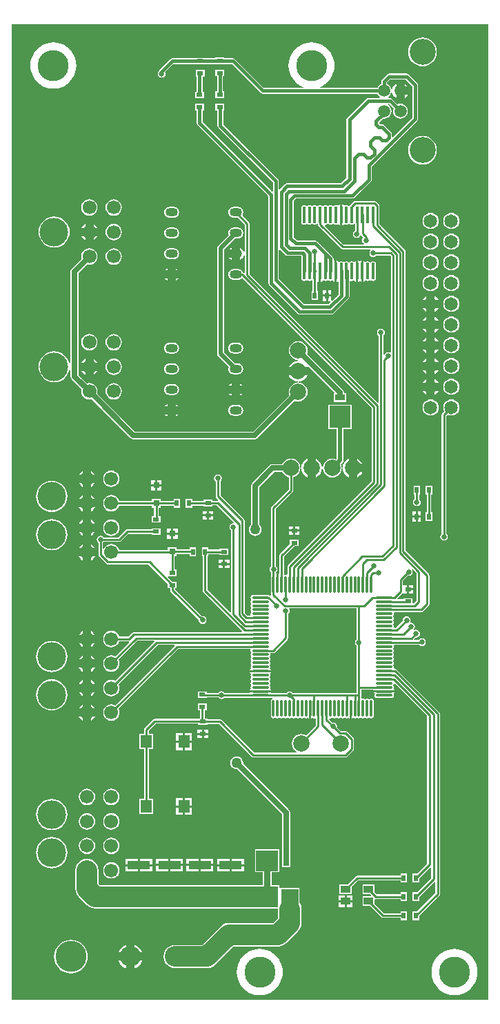
<source format=gtl>
G04*
G04 #@! TF.GenerationSoftware,Altium Limited,Altium Designer,18.1.6 (161)*
G04*
G04 Layer_Physical_Order=1*
G04 Layer_Color=255*
%FSLAX44Y44*%
%MOMM*%
G71*
G01*
G75*
%ADD11C,0.2540*%
%ADD43O,0.4000X2.1000*%
%ADD44R,2.8000X1.0500*%
%ADD45R,1.4000X1.5500*%
%ADD46R,0.8000X0.5000*%
%ADD47R,0.7620X1.2700*%
%ADD48R,2.6670X2.5400*%
%ADD49R,0.5000X0.8000*%
%ADD50R,1.2700X0.7620*%
%ADD51R,2.5400X2.6670*%
%ADD52O,0.3000X2.1000*%
%ADD53O,2.1000X0.3000*%
%ADD54R,1.2000X0.9000*%
%ADD55R,0.8000X0.8000*%
%ADD56C,0.3810*%
%ADD57C,0.6350*%
%ADD58C,2.5400*%
%ADD59C,0.7620*%
%ADD60C,0.5080*%
%ADD61C,3.2000*%
%ADD62C,1.5200*%
%ADD63C,2.0000*%
%ADD64O,1.5240X1.0160*%
%ADD65C,3.8100*%
%ADD66C,2.5400*%
%ADD67C,1.7000*%
%ADD68C,3.5000*%
%ADD69C,1.6510*%
%ADD70C,0.6350*%
%ADD71C,1.2700*%
G36*
X586630Y1558D02*
X1674D01*
Y1197004D01*
X586630D01*
Y1558D01*
D02*
G37*
%LPC*%
G36*
X505714Y1180425D02*
X502279Y1180086D01*
X498975Y1179084D01*
X495931Y1177457D01*
X493263Y1175267D01*
X491073Y1172599D01*
X489446Y1169555D01*
X488444Y1166251D01*
X488105Y1162816D01*
X488444Y1159381D01*
X489446Y1156077D01*
X491073Y1153033D01*
X493263Y1150365D01*
X495931Y1148175D01*
X498975Y1146548D01*
X502279Y1145546D01*
X505714Y1145207D01*
X509149Y1145546D01*
X512453Y1146548D01*
X515497Y1148175D01*
X518165Y1150365D01*
X520355Y1153033D01*
X521982Y1156077D01*
X522984Y1159381D01*
X523323Y1162816D01*
X522984Y1166251D01*
X521982Y1169555D01*
X520355Y1172599D01*
X518165Y1175267D01*
X515497Y1177457D01*
X512453Y1179084D01*
X509149Y1180086D01*
X505714Y1180425D01*
D02*
G37*
G36*
X369463Y1174455D02*
X365039Y1174107D01*
X360724Y1173071D01*
X356624Y1171372D01*
X352840Y1169053D01*
X349465Y1166171D01*
X346583Y1162797D01*
X344264Y1159013D01*
X342566Y1154913D01*
X341530Y1150598D01*
X341182Y1146174D01*
X341530Y1141749D01*
X342566Y1137434D01*
X344264Y1133334D01*
X346583Y1129550D01*
X349465Y1126176D01*
X352840Y1123294D01*
X356624Y1120975D01*
X359262Y1119882D01*
X359009Y1118612D01*
X310742D01*
X275349Y1154005D01*
X274214Y1154763D01*
X272877Y1155029D01*
X262342D01*
Y1155942D01*
X251294D01*
Y1155029D01*
X238126D01*
Y1155557D01*
X227078D01*
Y1155029D01*
X198328D01*
X196990Y1154763D01*
X195855Y1154005D01*
X183022Y1141171D01*
X182264Y1140037D01*
X182139Y1139410D01*
X182106Y1139388D01*
X181067Y1137833D01*
X180703Y1136000D01*
X181067Y1134166D01*
X182106Y1132612D01*
X183660Y1131574D01*
X185494Y1131209D01*
X187327Y1131574D01*
X188881Y1132612D01*
X189920Y1134166D01*
X190285Y1136000D01*
X189920Y1137833D01*
X189781Y1138042D01*
X199776Y1148037D01*
X227078D01*
Y1147509D01*
X238126D01*
Y1148037D01*
X251294D01*
Y1147894D01*
X262342D01*
Y1148037D01*
X271428D01*
X306821Y1112644D01*
X307956Y1111886D01*
X309294Y1111620D01*
X450186D01*
X450644Y1110515D01*
X452107Y1108609D01*
X453359Y1107648D01*
X452928Y1106378D01*
X438856D01*
X437518Y1106111D01*
X436384Y1105354D01*
X436384Y1105353D01*
X413475Y1082445D01*
X412718Y1081311D01*
X412451Y1079973D01*
Y1008848D01*
X405356Y1001753D01*
X339137D01*
X337799Y1001487D01*
X336664Y1000729D01*
X336664Y1000729D01*
X330328Y994393D01*
X329058Y994920D01*
Y1004526D01*
X328792Y1005864D01*
X328034Y1006998D01*
X328034Y1006998D01*
X261001Y1074032D01*
Y1091224D01*
X262342D01*
Y1099272D01*
X251294D01*
Y1091224D01*
X254009D01*
Y1072584D01*
X254275Y1071246D01*
X255033Y1070111D01*
X322066Y1003078D01*
Y992313D01*
X320893Y991827D01*
X235609Y1077111D01*
Y1091186D01*
X237656D01*
Y1099234D01*
X226608D01*
Y1091186D01*
X228616D01*
Y1075663D01*
X228883Y1074325D01*
X229640Y1073191D01*
X316691Y986141D01*
Y879265D01*
X316957Y877927D01*
X317715Y876792D01*
X352264Y842243D01*
X352264Y842243D01*
X353398Y841485D01*
X354736Y841219D01*
X394015D01*
X395353Y841485D01*
X396487Y842243D01*
X414988Y860744D01*
X414988Y860744D01*
X415746Y861878D01*
X416012Y863216D01*
Y881748D01*
X417282Y882427D01*
X417465Y882305D01*
X418840Y882031D01*
X420215Y882305D01*
X420461Y882469D01*
X422067Y882351D01*
X423569Y881347D01*
X424070Y881248D01*
Y894124D01*
Y907000D01*
X423569Y906901D01*
X422067Y905897D01*
X420461Y905779D01*
X420215Y905944D01*
X418840Y906217D01*
X417465Y905944D01*
X416375Y905215D01*
X416012Y905053D01*
X415168D01*
X414805Y905215D01*
X413715Y905944D01*
X412340Y906217D01*
X410965Y905944D01*
X409799Y905165D01*
X409725Y905053D01*
X408455D01*
X408381Y905165D01*
X407215Y905944D01*
X405840Y906217D01*
X404465Y905944D01*
X404219Y905779D01*
X402613Y905897D01*
X401111Y906901D01*
X400610Y907000D01*
Y894124D01*
Y881248D01*
X401111Y881347D01*
X401399Y881540D01*
X402520Y880941D01*
Y865707D01*
X394789Y857977D01*
X393519Y858503D01*
Y862896D01*
X389749D01*
Y857626D01*
X392643D01*
X393169Y856357D01*
X390479Y853666D01*
X360014D01*
X329058Y884622D01*
Y920347D01*
X330328Y920873D01*
X337357Y913845D01*
X338491Y913087D01*
X339829Y912821D01*
X357020D01*
Y903994D01*
X356747Y902624D01*
Y885624D01*
X357020Y884249D01*
X357799Y883083D01*
X358965Y882305D01*
X360340Y882031D01*
X361715Y882305D01*
X362805Y883033D01*
X363168Y883195D01*
X364012D01*
X364375Y883033D01*
X365465Y882305D01*
X366840Y882031D01*
X368215Y882305D01*
X369305Y883033D01*
X369442Y883094D01*
X370667Y882722D01*
Y869690D01*
X369455D01*
Y858643D01*
X377503D01*
Y869690D01*
X376365D01*
Y880959D01*
X377635Y881637D01*
X378069Y881347D01*
X378570Y881248D01*
Y894124D01*
X381110D01*
Y881248D01*
X381611Y881347D01*
X383113Y882351D01*
X384719Y882469D01*
X384965Y882305D01*
X386340Y882031D01*
X387715Y882305D01*
X388806Y883033D01*
X389168Y883195D01*
X390012D01*
X390374Y883033D01*
X391465Y882305D01*
X392840Y882031D01*
X394215Y882305D01*
X394461Y882469D01*
X396067Y882351D01*
X397569Y881347D01*
X398070Y881248D01*
Y894124D01*
Y907000D01*
X397782Y906943D01*
X396512Y907603D01*
Y909357D01*
X396512Y909357D01*
X396246Y910695D01*
X395488Y911829D01*
X388988Y918329D01*
X388988Y918329D01*
X376844Y930473D01*
X375710Y931231D01*
X374372Y931497D01*
X351419D01*
X347310Y935606D01*
Y980508D01*
X349879Y983077D01*
X419913D01*
X421251Y983343D01*
X422385Y984101D01*
X442263Y1003979D01*
X443021Y1005113D01*
X443287Y1006451D01*
Y1022393D01*
X499410Y1078515D01*
X500167Y1079649D01*
X500434Y1080987D01*
Y1122208D01*
X500167Y1123546D01*
X499410Y1124681D01*
X488840Y1135250D01*
X487706Y1136008D01*
X486368Y1136274D01*
X464669D01*
X463331Y1136008D01*
X462197Y1135250D01*
X462196Y1135250D01*
X456142Y1129195D01*
X455384Y1128061D01*
X455118Y1126723D01*
Y1123544D01*
X454013Y1123086D01*
X452107Y1121623D01*
X450644Y1119717D01*
X450186Y1118612D01*
X379917D01*
X379665Y1119882D01*
X382303Y1120975D01*
X386086Y1123294D01*
X389461Y1126176D01*
X392343Y1129550D01*
X394662Y1133334D01*
X396360Y1137434D01*
X397396Y1141749D01*
X397744Y1146174D01*
X397396Y1150598D01*
X396360Y1154913D01*
X394662Y1159013D01*
X392343Y1162797D01*
X389461Y1166171D01*
X386086Y1169053D01*
X382303Y1171372D01*
X378203Y1173071D01*
X373887Y1174107D01*
X369463Y1174455D01*
D02*
G37*
G36*
X52577D02*
X48153Y1174107D01*
X43838Y1173071D01*
X39738Y1171372D01*
X35954Y1169053D01*
X32579Y1166171D01*
X29697Y1162797D01*
X27378Y1159013D01*
X25680Y1154913D01*
X24644Y1150598D01*
X24296Y1146174D01*
X24644Y1141749D01*
X25680Y1137434D01*
X27378Y1133334D01*
X29697Y1129550D01*
X32579Y1126176D01*
X35954Y1123294D01*
X39738Y1120975D01*
X43838Y1119277D01*
X48153Y1118241D01*
X52577Y1117892D01*
X57001Y1118241D01*
X61316Y1119277D01*
X65416Y1120975D01*
X69200Y1123294D01*
X72575Y1126176D01*
X75457Y1129550D01*
X77776Y1133334D01*
X79474Y1137434D01*
X80510Y1141749D01*
X80858Y1146174D01*
X80510Y1150598D01*
X79474Y1154913D01*
X77776Y1159013D01*
X75457Y1162797D01*
X72575Y1166171D01*
X69200Y1169053D01*
X65416Y1171372D01*
X61316Y1173071D01*
X57001Y1174107D01*
X52577Y1174455D01*
D02*
G37*
G36*
X262342Y1140942D02*
X251294D01*
Y1132894D01*
X253322D01*
Y1114272D01*
X251294D01*
Y1106224D01*
X262342D01*
Y1114272D01*
X260315D01*
Y1132894D01*
X262342D01*
Y1140942D01*
D02*
G37*
G36*
X238126Y1140557D02*
X227078D01*
Y1132509D01*
X228636D01*
Y1114234D01*
X226608D01*
Y1106187D01*
X237656D01*
Y1114234D01*
X235629D01*
Y1132509D01*
X238126D01*
Y1140557D01*
D02*
G37*
G36*
X505714Y1060025D02*
X502279Y1059686D01*
X498975Y1058684D01*
X495931Y1057057D01*
X493263Y1054867D01*
X491073Y1052199D01*
X489446Y1049155D01*
X488444Y1045851D01*
X488105Y1042416D01*
X488444Y1038981D01*
X489446Y1035677D01*
X491073Y1032633D01*
X493263Y1029965D01*
X495931Y1027775D01*
X498975Y1026148D01*
X502279Y1025146D01*
X505714Y1024807D01*
X509149Y1025146D01*
X512453Y1026148D01*
X515497Y1027775D01*
X518165Y1029965D01*
X520355Y1032633D01*
X521982Y1035677D01*
X522984Y1038981D01*
X523323Y1042416D01*
X522984Y1045851D01*
X521982Y1049155D01*
X520355Y1052199D01*
X518165Y1054867D01*
X515497Y1057057D01*
X512453Y1058684D01*
X509149Y1059686D01*
X505714Y1060025D01*
D02*
G37*
G36*
X446836Y980198D02*
X446836Y980198D01*
X422941D01*
X421851Y979982D01*
X420927Y979364D01*
X420927Y979364D01*
X417001Y975439D01*
X416384Y974515D01*
X416336Y974273D01*
X415945Y974053D01*
X415168D01*
X414805Y974215D01*
X413715Y974943D01*
X412340Y975217D01*
X410965Y974943D01*
X410719Y974779D01*
X409113Y974897D01*
X407611Y975901D01*
X407110Y976000D01*
Y963124D01*
Y950248D01*
X407611Y950347D01*
X409113Y951351D01*
X410719Y951469D01*
X410965Y951304D01*
X412340Y951031D01*
X413715Y951304D01*
X414805Y952033D01*
X415168Y952195D01*
X416012D01*
X416375Y952033D01*
X417465Y951304D01*
X418840Y951031D01*
X420215Y951304D01*
X421306Y952033D01*
X421442Y952094D01*
X422667Y951722D01*
Y943799D01*
X421677Y943137D01*
X420638Y941583D01*
X420273Y939749D01*
X420638Y937916D01*
X421677Y936362D01*
X423231Y935323D01*
X425065Y934958D01*
X426898Y935323D01*
X428452Y936362D01*
X429110Y937346D01*
X430558Y937610D01*
X430675Y937577D01*
X432891Y935361D01*
X431933Y933928D01*
X431569Y932095D01*
X431933Y930261D01*
X432972Y928707D01*
X433954Y928051D01*
X433569Y926781D01*
X408745D01*
X385653Y949873D01*
X386278Y951043D01*
X386340Y951031D01*
X387715Y951304D01*
X388806Y952033D01*
X389168Y952195D01*
X390012D01*
X390374Y952033D01*
X391465Y951304D01*
X392840Y951031D01*
X394215Y951304D01*
X395381Y952083D01*
X395455Y952195D01*
X396725D01*
X396799Y952083D01*
X397965Y951304D01*
X399340Y951031D01*
X400715Y951304D01*
X400961Y951469D01*
X402567Y951351D01*
X404069Y950347D01*
X404570Y950248D01*
Y963124D01*
Y976000D01*
X404069Y975901D01*
X402567Y974897D01*
X400961Y974779D01*
X400715Y974943D01*
X399340Y975217D01*
X397965Y974943D01*
X396799Y974165D01*
X396725Y974053D01*
X395455D01*
X395381Y974165D01*
X394215Y974943D01*
X392840Y975217D01*
X391465Y974943D01*
X390374Y974215D01*
X390012Y974053D01*
X389168D01*
X388806Y974215D01*
X387715Y974943D01*
X386340Y975217D01*
X384965Y974943D01*
X383799Y974165D01*
X383725Y974053D01*
X382455D01*
X382381Y974165D01*
X381215Y974943D01*
X379840Y975217D01*
X378465Y974943D01*
X377374Y974215D01*
X377012Y974053D01*
X376168D01*
X375806Y974215D01*
X374715Y974943D01*
X373340Y975217D01*
X371965Y974943D01*
X370799Y974165D01*
X370725Y974053D01*
X369455D01*
X369381Y974165D01*
X368215Y974943D01*
X366840Y975217D01*
X365465Y974943D01*
X364375Y974215D01*
X364012Y974053D01*
X363168D01*
X362805Y974215D01*
X361715Y974943D01*
X360340Y975217D01*
X358965Y974943D01*
X357799Y974165D01*
X357020Y972999D01*
X356747Y971624D01*
Y954624D01*
X357020Y953249D01*
X357799Y952083D01*
X358965Y951304D01*
X360340Y951031D01*
X361715Y951304D01*
X362805Y952033D01*
X363168Y952195D01*
X364012D01*
X364375Y952033D01*
X365465Y951304D01*
X366840Y951031D01*
X368215Y951304D01*
X369381Y952083D01*
X369455Y952195D01*
X370725D01*
X370799Y952083D01*
X371965Y951304D01*
X373340Y951031D01*
X374715Y951304D01*
X375881Y952083D01*
X375897Y952108D01*
X377167Y951722D01*
Y951481D01*
X377167Y951481D01*
X377384Y950391D01*
X378001Y949466D01*
X405550Y921918D01*
X406474Y921300D01*
X407565Y921083D01*
X407565Y921083D01*
X442052D01*
X442437Y919813D01*
X442027Y919540D01*
X440989Y917986D01*
X440624Y916152D01*
X440989Y914319D01*
X442027Y912764D01*
X443582Y911726D01*
X445415Y911361D01*
X447249Y911726D01*
X448803Y912764D01*
X449163Y913303D01*
X465662D01*
X466857Y912108D01*
Y794875D01*
X465587Y794197D01*
X465217Y794444D01*
X463384Y794808D01*
X461550Y794444D01*
X459996Y793405D01*
X458958Y791851D01*
X458783Y790972D01*
X457513Y791097D01*
Y815089D01*
X458052Y815449D01*
X459090Y817004D01*
X459455Y818837D01*
X459090Y820670D01*
X458052Y822225D01*
X456497Y823263D01*
X454664Y823628D01*
X452831Y823263D01*
X451276Y822225D01*
X450238Y820670D01*
X449873Y818837D01*
X450238Y817004D01*
X451276Y815449D01*
X451815Y815089D01*
Y733715D01*
X450642Y733229D01*
X293208Y890663D01*
Y952294D01*
X293208Y952294D01*
X292992Y953385D01*
X292374Y954309D01*
X292374Y954309D01*
X284317Y962366D01*
X284729Y962904D01*
X285394Y964510D01*
X285621Y966234D01*
X285394Y967958D01*
X284729Y969565D01*
X283670Y970944D01*
X282291Y972003D01*
X280684Y972668D01*
X278960Y972895D01*
X273880D01*
X272156Y972668D01*
X270550Y972003D01*
X269170Y970944D01*
X268111Y969565D01*
X267446Y967958D01*
X267219Y966234D01*
X267446Y964510D01*
X268111Y962904D01*
X269170Y961524D01*
X270550Y960465D01*
X272156Y959800D01*
X273880Y959573D01*
X278960D01*
X279042Y959584D01*
X287511Y951114D01*
Y918021D01*
X286241Y917768D01*
X285616Y919277D01*
X284395Y920869D01*
X282803Y922090D01*
X281500Y922630D01*
Y915434D01*
Y908238D01*
X282803Y908778D01*
X284395Y909999D01*
X285616Y911591D01*
X286241Y913100D01*
X287511Y912847D01*
Y892272D01*
X286338Y891786D01*
X286075Y892048D01*
X285151Y892666D01*
X285006Y892695D01*
X284729Y893364D01*
X283670Y894744D01*
X282291Y895803D01*
X280684Y896468D01*
X278960Y896695D01*
X273880D01*
X272156Y896468D01*
X270550Y895803D01*
X269170Y894744D01*
X268111Y893364D01*
X267446Y891758D01*
X267219Y890034D01*
X267446Y888310D01*
X268111Y886703D01*
X269170Y885324D01*
X270550Y884265D01*
X272156Y883600D01*
X273880Y883373D01*
X278960D01*
X280684Y883600D01*
X282291Y884265D01*
X283670Y885324D01*
X284676Y885390D01*
X443175Y726891D01*
Y636749D01*
X340665Y534239D01*
X340047Y533315D01*
X339831Y532225D01*
X339831Y532224D01*
Y522893D01*
X338561Y522190D01*
X337679Y522365D01*
X336798Y522190D01*
X335528Y522893D01*
Y544370D01*
X348342Y557184D01*
X353861D01*
Y565232D01*
X342813D01*
Y559713D01*
X330665Y547564D01*
X330047Y546640D01*
X329831Y545550D01*
X329831Y545550D01*
Y524115D01*
X328949Y523498D01*
Y510282D01*
X326409D01*
Y523498D01*
X325528Y524115D01*
Y525345D01*
X326141Y525755D01*
X327180Y527309D01*
X327545Y529142D01*
X327180Y530976D01*
X326141Y532530D01*
X325528Y532940D01*
Y602557D01*
X346245Y623275D01*
X346245Y623275D01*
X346863Y624199D01*
X347080Y625289D01*
Y641776D01*
X347239Y641797D01*
X350043Y642958D01*
X352450Y644805D01*
X354297Y647213D01*
X355458Y650016D01*
X355764Y652340D01*
X355778Y652445D01*
X357059D01*
X357073Y652340D01*
X357414Y649751D01*
X358677Y646700D01*
X360687Y644081D01*
X363307Y642071D01*
X364551Y641555D01*
Y653024D01*
Y664493D01*
X363307Y663978D01*
X360687Y661968D01*
X358677Y659349D01*
X357414Y656298D01*
X357073Y653709D01*
X357059Y653604D01*
X355778D01*
X355764Y653709D01*
X355458Y656033D01*
X354297Y658836D01*
X352450Y661243D01*
X350043Y663091D01*
X347239Y664252D01*
X344231Y664648D01*
X341223Y664252D01*
X338419Y663091D01*
X336012Y661243D01*
X334165Y658836D01*
X333742Y657815D01*
X321880D01*
X320047Y657451D01*
X318492Y656412D01*
X296937Y634857D01*
X295898Y633302D01*
X295534Y631469D01*
Y583955D01*
X294709Y583322D01*
X293447Y581677D01*
X292653Y579761D01*
X292383Y577706D01*
X292653Y575650D01*
X293447Y573735D01*
X294709Y572090D01*
X296354Y570828D01*
X298269Y570035D01*
X300325Y569764D01*
X302380Y570035D01*
X304296Y570828D01*
X305940Y572090D01*
X307202Y573735D01*
X307996Y575650D01*
X308267Y577706D01*
X307996Y579761D01*
X307202Y581677D01*
X305940Y583322D01*
X305116Y583955D01*
Y629484D01*
X323865Y648233D01*
X333742D01*
X334165Y647213D01*
X336012Y644805D01*
X338419Y642958D01*
X341223Y641797D01*
X341382Y641776D01*
Y626469D01*
X320665Y605752D01*
X320047Y604827D01*
X319831Y603737D01*
X319831Y603737D01*
Y532841D01*
X319366Y532530D01*
X318327Y530976D01*
X317962Y529142D01*
X318327Y527309D01*
X319366Y525755D01*
X319831Y525444D01*
Y520461D01*
X319596Y519282D01*
Y501282D01*
X319831Y500103D01*
Y497765D01*
X319831Y497765D01*
X320014Y496846D01*
X319953Y496782D01*
X318766Y496297D01*
X317842Y496914D01*
X316904Y497101D01*
X316859Y497131D01*
X315679Y497365D01*
X297679D01*
X296500Y497131D01*
X295499Y496462D01*
X294831Y495462D01*
X294596Y494282D01*
X294831Y493102D01*
X295499Y492102D01*
Y491462D01*
X294831Y490462D01*
X294596Y489282D01*
X294831Y488102D01*
X295499Y487102D01*
Y486462D01*
X294831Y485462D01*
X294596Y484282D01*
X294831Y483102D01*
X295499Y482102D01*
Y481462D01*
X294831Y480462D01*
X294596Y479282D01*
X294831Y478102D01*
X295499Y477102D01*
Y476462D01*
X294831Y475462D01*
X294596Y474282D01*
X294771Y473401D01*
X294069Y472131D01*
X290659D01*
X287350Y475440D01*
Y588490D01*
X287134Y589580D01*
X286516Y590504D01*
X286516Y590504D01*
X257556Y619464D01*
Y636469D01*
X258095Y636829D01*
X259134Y638383D01*
X259498Y640217D01*
X259134Y642050D01*
X258095Y643604D01*
X256541Y644643D01*
X254707Y645007D01*
X252874Y644643D01*
X251320Y643604D01*
X250281Y642050D01*
X249916Y640217D01*
X250281Y638383D01*
X251320Y636829D01*
X251859Y636469D01*
Y618284D01*
X251859Y618284D01*
X252075Y617194D01*
X252693Y616270D01*
X254868Y614094D01*
X254548Y613226D01*
X254279Y612888D01*
X247957D01*
Y614063D01*
X236909D01*
Y612601D01*
X223182D01*
Y615276D01*
X215134D01*
Y604228D01*
X223182D01*
Y606903D01*
X236909D01*
Y606015D01*
X247957D01*
Y607191D01*
X253243D01*
X273903Y586530D01*
X273750Y585912D01*
X273384Y585254D01*
X271765Y584931D01*
X270210Y583893D01*
X269172Y582339D01*
X268807Y580505D01*
X269172Y578672D01*
X270210Y577117D01*
X270749Y576757D01*
Y476458D01*
X269576Y475972D01*
X241655Y503893D01*
Y544739D01*
X242830D01*
Y547414D01*
X256497D01*
Y546174D01*
X267545D01*
Y554222D01*
X256497D01*
Y553112D01*
X242830D01*
Y555787D01*
X234782D01*
Y544739D01*
X235957D01*
Y502713D01*
X235957Y502713D01*
X236174Y501623D01*
X236792Y500699D01*
X284090Y453401D01*
X283564Y452131D01*
X151362D01*
X150272Y451914D01*
X149348Y451297D01*
X149348Y451297D01*
X144313Y446262D01*
X133425D01*
X132511Y448468D01*
X130905Y450562D01*
X128811Y452169D01*
X126372Y453179D01*
X123755Y453524D01*
X121139Y453179D01*
X118700Y452169D01*
X116606Y450562D01*
X115000Y448468D01*
X113989Y446030D01*
X113645Y443413D01*
X113989Y440796D01*
X115000Y438358D01*
X116606Y436264D01*
X118700Y434657D01*
X121139Y433647D01*
X123755Y433303D01*
X126372Y433647D01*
X128811Y434657D01*
X130905Y436264D01*
X132511Y438358D01*
X133425Y440564D01*
X145082D01*
X145631Y439490D01*
X145650Y439337D01*
X128579Y422265D01*
X126372Y423179D01*
X123755Y423524D01*
X121139Y423179D01*
X118700Y422169D01*
X116606Y420562D01*
X115000Y418468D01*
X113989Y416030D01*
X113645Y413413D01*
X113989Y410796D01*
X115000Y408358D01*
X116606Y406264D01*
X118700Y404657D01*
X121139Y403647D01*
X123755Y403303D01*
X126372Y403647D01*
X128811Y404657D01*
X130905Y406264D01*
X132511Y408358D01*
X133521Y410796D01*
X133866Y413413D01*
X133521Y416030D01*
X132607Y418236D01*
X155804Y441433D01*
X175951D01*
X176477Y440163D01*
X128579Y392265D01*
X126372Y393179D01*
X123755Y393524D01*
X121139Y393179D01*
X118700Y392169D01*
X116606Y390562D01*
X115000Y388468D01*
X113989Y386030D01*
X113645Y383413D01*
X113989Y380796D01*
X115000Y378358D01*
X116606Y376264D01*
X118700Y374657D01*
X121139Y373647D01*
X123755Y373303D01*
X126372Y373647D01*
X128811Y374657D01*
X130905Y376264D01*
X132511Y378358D01*
X133521Y380796D01*
X133866Y383413D01*
X133521Y386030D01*
X132607Y388236D01*
X180804Y436433D01*
X200951D01*
X201477Y435163D01*
X128579Y362265D01*
X126372Y363179D01*
X123755Y363524D01*
X121139Y363179D01*
X118700Y362169D01*
X116606Y360562D01*
X115000Y358468D01*
X113989Y356030D01*
X113645Y353413D01*
X113989Y350796D01*
X115000Y348358D01*
X116606Y346264D01*
X118700Y344657D01*
X121139Y343647D01*
X123755Y343303D01*
X126372Y343647D01*
X128811Y344657D01*
X130905Y346264D01*
X132511Y348358D01*
X133521Y350796D01*
X133866Y353413D01*
X133521Y356030D01*
X132607Y358236D01*
X205804Y431433D01*
X294069D01*
X294771Y430163D01*
X294596Y429282D01*
X294831Y428102D01*
X295499Y427102D01*
Y426462D01*
X294831Y425462D01*
X294596Y424282D01*
X294831Y423102D01*
X295499Y422102D01*
Y421462D01*
X294831Y420462D01*
X294596Y419282D01*
X294831Y418102D01*
X295499Y417102D01*
Y416462D01*
X294831Y415462D01*
X294596Y414282D01*
X294831Y413102D01*
X295499Y412102D01*
Y411462D01*
X294831Y410462D01*
X294596Y409282D01*
X294831Y408102D01*
X295230Y407505D01*
X294767Y407195D01*
X293874Y405858D01*
X293813Y405552D01*
X306679D01*
X319546D01*
X319485Y405858D01*
X318592Y407195D01*
X318129Y407505D01*
X318528Y408102D01*
X318763Y409282D01*
X318528Y410462D01*
X317860Y411462D01*
Y412102D01*
X318528Y413102D01*
X318763Y414282D01*
X318528Y415462D01*
X317860Y416462D01*
Y417102D01*
X318528Y418102D01*
X318763Y419282D01*
X318528Y420462D01*
X317860Y421462D01*
Y422102D01*
X318528Y423102D01*
X318763Y424282D01*
X318587Y425163D01*
X319290Y426433D01*
X322510D01*
X322510Y426433D01*
X323600Y426650D01*
X324524Y427268D01*
X339907Y442650D01*
X339907Y442650D01*
X340524Y443574D01*
X340741Y444665D01*
Y474092D01*
X341280Y474453D01*
X342318Y476007D01*
X342683Y477840D01*
X342318Y479674D01*
X342066Y480051D01*
X342665Y481171D01*
X423525D01*
X423525Y481171D01*
X424689D01*
Y443226D01*
X424058Y442804D01*
X423019Y441250D01*
X422655Y439416D01*
X423019Y437583D01*
X424058Y436029D01*
X424689Y435606D01*
Y384282D01*
X424689Y384282D01*
X424831Y383573D01*
Y377127D01*
X422418D01*
X422418Y377127D01*
X422417Y377127D01*
X412437D01*
X412437Y377127D01*
X412437Y377127D01*
X372373D01*
X372373Y377127D01*
X372373Y377127D01*
X346780D01*
X346419Y377666D01*
X344865Y378705D01*
X343032Y379069D01*
X341198Y378705D01*
X339644Y377666D01*
X339286Y377131D01*
X320512D01*
X319895Y378012D01*
X306679D01*
X293463D01*
X292847Y377131D01*
X263276D01*
X262626Y378104D01*
X261071Y379143D01*
X259238Y379508D01*
X257405Y379143D01*
X255850Y378104D01*
X255490Y377565D01*
X240978D01*
Y379185D01*
X229930D01*
Y371137D01*
X240978D01*
Y371868D01*
X255490D01*
X255850Y371329D01*
X257405Y370290D01*
X259238Y369925D01*
X261071Y370290D01*
X262626Y371329D01*
X262696Y371433D01*
X296500D01*
X297679Y371199D01*
X315679D01*
X316858Y371433D01*
X321539D01*
X321664Y370163D01*
X321499Y370131D01*
X320499Y369462D01*
X319831Y368462D01*
X319596Y367282D01*
Y349282D01*
X319831Y348102D01*
X320499Y347102D01*
X321499Y346434D01*
X322679Y346199D01*
X323859Y346434D01*
X324246Y346692D01*
X325179Y346997D01*
X326113Y346692D01*
X326499Y346434D01*
X327679Y346199D01*
X328859Y346434D01*
X329860Y347102D01*
X330499D01*
X331499Y346434D01*
X332679Y346199D01*
X333859Y346434D01*
X334246Y346692D01*
X335179Y346997D01*
X336113Y346692D01*
X336499Y346434D01*
X337679Y346199D01*
X338859Y346434D01*
X339860Y347102D01*
X340499D01*
X341499Y346434D01*
X342679Y346199D01*
X343859Y346434D01*
X344860Y347102D01*
X345499D01*
X346499Y346434D01*
X347679Y346199D01*
X348859Y346434D01*
X349246Y346692D01*
X350179Y346997D01*
X351113Y346692D01*
X351499Y346434D01*
X352679Y346199D01*
X353859Y346434D01*
X354860Y347102D01*
X355499D01*
X356499Y346434D01*
X357679Y346199D01*
X358859Y346434D01*
X359246Y346692D01*
X360179Y346997D01*
X361113Y346692D01*
X361499Y346434D01*
X362679Y346199D01*
X363859Y346434D01*
X364457Y346833D01*
X364767Y346370D01*
X366103Y345477D01*
X366409Y345416D01*
Y358282D01*
X368949D01*
Y345416D01*
X369256Y345477D01*
X370592Y346370D01*
X370902Y346833D01*
X371499Y346434D01*
X372679Y346199D01*
X373561Y346374D01*
X374831Y345672D01*
Y337342D01*
X362806Y325318D01*
X362678Y325416D01*
X359875Y326577D01*
X356867Y326973D01*
X353858Y326577D01*
X351055Y325416D01*
X348648Y323569D01*
X346801Y321161D01*
X345639Y318358D01*
X345243Y315350D01*
X345639Y312341D01*
X346801Y309538D01*
X348648Y307131D01*
X350832Y305455D01*
X350622Y304185D01*
X299074D01*
X259012Y344247D01*
X258088Y344865D01*
X256997Y345082D01*
X256997Y345082D01*
X241507D01*
Y346257D01*
X238302D01*
Y356137D01*
X240978D01*
Y364185D01*
X229930D01*
Y356137D01*
X232605D01*
Y346257D01*
X230459D01*
Y345684D01*
X177115D01*
X177115Y345684D01*
X176025Y345467D01*
X175101Y344849D01*
X164873Y334621D01*
X164256Y333697D01*
X164039Y332607D01*
X164039Y332607D01*
Y326866D01*
X158363D01*
Y308318D01*
X164039D01*
Y247366D01*
X158363D01*
Y228818D01*
X175411D01*
Y247366D01*
X169736D01*
Y308318D01*
X175411D01*
Y326866D01*
X169736D01*
Y331427D01*
X178295Y339986D01*
X230459D01*
Y338209D01*
X241507D01*
Y339384D01*
X255817D01*
X295879Y299322D01*
X295879Y299322D01*
X296804Y298704D01*
X297894Y298487D01*
X297894Y298487D01*
X411084D01*
X411084Y298487D01*
X412174Y298704D01*
X413098Y299322D01*
X420475Y306698D01*
X420475Y306699D01*
X421093Y307623D01*
X421310Y308713D01*
Y320691D01*
X421310Y320691D01*
X421093Y321781D01*
X420475Y322706D01*
X420475Y322706D01*
X413020Y330160D01*
X412096Y330778D01*
X411006Y330995D01*
X411006Y330995D01*
X405294D01*
X400561Y335727D01*
X400688Y336363D01*
X400323Y338197D01*
X399284Y339751D01*
X397730Y340790D01*
X395897Y341154D01*
X395261Y341028D01*
X391229Y345060D01*
X391674Y346314D01*
X391798Y346374D01*
X392679Y346199D01*
X393859Y346434D01*
X394860Y347102D01*
X395499D01*
X396499Y346434D01*
X397679Y346199D01*
X398859Y346434D01*
X399246Y346692D01*
X400179Y346997D01*
X401113Y346692D01*
X401499Y346434D01*
X402679Y346199D01*
X403859Y346434D01*
X404860Y347102D01*
X405499D01*
X406499Y346434D01*
X407679Y346199D01*
X408859Y346434D01*
X409246Y346692D01*
X410179Y346997D01*
X411113Y346692D01*
X411499Y346434D01*
X412679Y346199D01*
X413859Y346434D01*
X414457Y346833D01*
X414767Y346370D01*
X416103Y345477D01*
X416409Y345416D01*
Y358282D01*
X418949D01*
Y345416D01*
X419256Y345477D01*
X420592Y346370D01*
X420902Y346833D01*
X421499Y346434D01*
X422679Y346199D01*
X423859Y346434D01*
X424246Y346692D01*
X425179Y346997D01*
X426113Y346692D01*
X426499Y346434D01*
X427679Y346199D01*
X428859Y346434D01*
X429246Y346692D01*
X430179Y346997D01*
X431113Y346692D01*
X431499Y346434D01*
X432679Y346199D01*
X433859Y346434D01*
X434860Y347102D01*
X435499D01*
X436499Y346434D01*
X437679Y346199D01*
X438859Y346434D01*
X439246Y346692D01*
X440179Y346997D01*
X441113Y346692D01*
X441499Y346434D01*
X442679Y346199D01*
X443859Y346434D01*
X444860Y347102D01*
X445528Y348102D01*
X445763Y349282D01*
Y367282D01*
X445528Y368462D01*
X444860Y369462D01*
X443859Y370131D01*
X442679Y370365D01*
X441499Y370131D01*
X441113Y369873D01*
X440179Y369567D01*
X439246Y369873D01*
X438859Y370131D01*
X437679Y370365D01*
X436499Y370131D01*
X435499Y369462D01*
X434860D01*
X433859Y370131D01*
X432679Y370365D01*
X431798Y370190D01*
X430528Y370893D01*
Y374319D01*
X430528Y374319D01*
X430528Y374320D01*
Y381433D01*
X444847D01*
X445463Y380552D01*
X458679D01*
X471546D01*
X471485Y380858D01*
X470592Y382195D01*
X470129Y382505D01*
X470528Y383102D01*
X470763Y384282D01*
X470528Y385462D01*
X469860Y386462D01*
Y387102D01*
X470528Y388102D01*
X470574Y388333D01*
X471952Y388751D01*
X511519Y349184D01*
Y168433D01*
X499231Y156145D01*
X493712D01*
Y145097D01*
X501759D01*
Y150617D01*
X515249Y164106D01*
X516519Y163580D01*
Y150379D01*
X499231Y133091D01*
X493712D01*
Y122043D01*
X501759D01*
Y127563D01*
X520249Y146052D01*
X521519Y145526D01*
Y132325D01*
X499231Y110037D01*
X493712D01*
Y98989D01*
X501759D01*
Y104509D01*
X526382Y129131D01*
X526382Y129131D01*
X526999Y130055D01*
X527216Y131145D01*
X527216Y131146D01*
Y351859D01*
X526999Y352949D01*
X526382Y353873D01*
X526382Y353873D01*
X473959Y406297D01*
X473034Y406914D01*
X471944Y407131D01*
X471944Y407131D01*
X471290D01*
X470587Y408401D01*
X470763Y409282D01*
X470528Y410462D01*
X469860Y411462D01*
Y412102D01*
X470528Y413102D01*
X470763Y414282D01*
X470528Y415462D01*
X469860Y416462D01*
Y417102D01*
X470528Y418102D01*
X470763Y419282D01*
X470528Y420462D01*
X469860Y421462D01*
Y422102D01*
X470528Y423102D01*
X470763Y424282D01*
X470528Y425462D01*
X469860Y426462D01*
Y427102D01*
X470528Y428102D01*
X470763Y429282D01*
X470528Y430462D01*
X469860Y431462D01*
Y432102D01*
X470528Y433102D01*
X470763Y434282D01*
X470587Y435163D01*
X471290Y436433D01*
X501284D01*
X501509Y436098D01*
X503063Y435059D01*
X504896Y434695D01*
X506730Y435059D01*
X508284Y436098D01*
X509323Y437652D01*
X509687Y439486D01*
X509323Y441319D01*
X508284Y442873D01*
X506730Y443912D01*
X504896Y444277D01*
X503063Y443912D01*
X501509Y442873D01*
X501012Y442131D01*
X495846D01*
X495320Y443401D01*
X497356Y445437D01*
X497992Y445310D01*
X499825Y445675D01*
X501380Y446713D01*
X502418Y448268D01*
X502783Y450101D01*
X502418Y451935D01*
X501380Y453489D01*
X499825Y454528D01*
X497992Y454892D01*
X496158Y454528D01*
X495707Y454226D01*
X494953Y455210D01*
X495992Y456764D01*
X496357Y458597D01*
X495992Y460431D01*
X494953Y461985D01*
X493399Y463024D01*
X491566Y463389D01*
X491281Y463332D01*
X490517Y464475D01*
X490627Y464640D01*
X490992Y466473D01*
X490627Y468307D01*
X489589Y469861D01*
X488034Y470900D01*
X486201Y471264D01*
X484367Y470900D01*
X482813Y469861D01*
X481775Y468307D01*
X481410Y466473D01*
X481536Y465837D01*
X472830Y457131D01*
X471290D01*
X470587Y458401D01*
X470763Y459282D01*
X470528Y460462D01*
X469860Y461462D01*
Y462102D01*
X470528Y463102D01*
X470763Y464282D01*
X470528Y465462D01*
X469860Y466462D01*
Y467102D01*
X470528Y468102D01*
X470763Y469282D01*
X470528Y470462D01*
X469860Y471462D01*
Y472102D01*
X470528Y473102D01*
X470763Y474282D01*
X470587Y475163D01*
X471290Y476433D01*
X504453D01*
X504453Y476433D01*
X505544Y476650D01*
X506468Y477268D01*
X513265Y484065D01*
X513265Y484065D01*
X513882Y484989D01*
X514099Y486079D01*
X514099Y486080D01*
Y521296D01*
X513882Y522387D01*
X513265Y523311D01*
X513265Y523311D01*
X484747Y551829D01*
Y918513D01*
X484747Y918513D01*
X484530Y919603D01*
X483912Y920527D01*
X483912Y920527D01*
X452659Y951781D01*
Y974376D01*
X452659Y974376D01*
X452442Y975466D01*
X451824Y976390D01*
X448851Y979364D01*
X447926Y979982D01*
X446836Y980198D01*
D02*
G37*
G36*
X126705Y982215D02*
X124089Y981870D01*
X121650Y980860D01*
X119556Y979253D01*
X117949Y977159D01*
X116939Y974721D01*
X116595Y972104D01*
X116939Y969487D01*
X117949Y967049D01*
X119556Y964955D01*
X121650Y963348D01*
X124089Y962338D01*
X126705Y961993D01*
X129322Y962338D01*
X131761Y963348D01*
X133855Y964955D01*
X135461Y967049D01*
X136471Y969487D01*
X136816Y972104D01*
X136471Y974721D01*
X135461Y977159D01*
X133855Y979253D01*
X131761Y980860D01*
X129322Y981870D01*
X126705Y982215D01*
D02*
G37*
G36*
X96705D02*
X94089Y981870D01*
X91650Y980860D01*
X89556Y979253D01*
X87949Y977159D01*
X86939Y974721D01*
X86595Y972104D01*
X86939Y969487D01*
X87949Y967049D01*
X89556Y964955D01*
X91650Y963348D01*
X94089Y962338D01*
X96705Y961993D01*
X99322Y962338D01*
X101761Y963348D01*
X103855Y964955D01*
X105461Y967049D01*
X106471Y969487D01*
X106816Y972104D01*
X106471Y974721D01*
X105461Y977159D01*
X103855Y979253D01*
X101761Y980860D01*
X99322Y981870D01*
X96705Y982215D01*
D02*
G37*
G36*
X200220Y972895D02*
X195140D01*
X193416Y972668D01*
X191810Y972003D01*
X190430Y970944D01*
X189371Y969565D01*
X188706Y967958D01*
X188479Y966234D01*
X188706Y964510D01*
X189371Y962904D01*
X190430Y961524D01*
X191810Y960465D01*
X193416Y959800D01*
X195140Y959573D01*
X200220D01*
X201944Y959800D01*
X203551Y960465D01*
X204930Y961524D01*
X205989Y962904D01*
X206654Y964510D01*
X206881Y966234D01*
X206654Y967958D01*
X205989Y969565D01*
X204930Y970944D01*
X203551Y972003D01*
X201944Y972668D01*
X200220Y972895D01*
D02*
G37*
G36*
X101785Y951949D02*
Y947184D01*
X106551D01*
X106349Y947672D01*
X104579Y949978D01*
X102273Y951747D01*
X101785Y951949D01*
D02*
G37*
G36*
X91625Y951949D02*
X91138Y951747D01*
X88832Y949978D01*
X87062Y947672D01*
X86860Y947184D01*
X91625D01*
Y951949D01*
D02*
G37*
G36*
X541139Y965627D02*
X538587Y965291D01*
X536208Y964306D01*
X534165Y962738D01*
X532598Y960696D01*
X531612Y958317D01*
X531276Y955764D01*
X531612Y953211D01*
X532598Y950832D01*
X534165Y948790D01*
X536208Y947222D01*
X538587Y946237D01*
X541139Y945901D01*
X543692Y946237D01*
X546071Y947222D01*
X548114Y948790D01*
X549681Y950832D01*
X550667Y953211D01*
X551003Y955764D01*
X550667Y958317D01*
X549681Y960696D01*
X548114Y962738D01*
X546071Y964306D01*
X543692Y965291D01*
X541139Y965627D01*
D02*
G37*
G36*
X515740D02*
X513187Y965291D01*
X510808Y964306D01*
X508765Y962738D01*
X507197Y960696D01*
X506212Y958317D01*
X505876Y955764D01*
X506212Y953211D01*
X507197Y950832D01*
X508765Y948790D01*
X510808Y947222D01*
X513187Y946237D01*
X515740Y945901D01*
X518292Y946237D01*
X520671Y947222D01*
X522714Y948790D01*
X524281Y950832D01*
X525267Y953211D01*
X525603Y955764D01*
X525267Y958317D01*
X524281Y960696D01*
X522714Y962738D01*
X520671Y964306D01*
X518292Y965291D01*
X515740Y965627D01*
D02*
G37*
G36*
X200220Y947495D02*
X195140D01*
X193416Y947268D01*
X191810Y946603D01*
X190430Y945544D01*
X189371Y944165D01*
X188706Y942558D01*
X188479Y940834D01*
X188706Y939110D01*
X189371Y937504D01*
X190430Y936124D01*
X191810Y935065D01*
X193416Y934400D01*
X195140Y934173D01*
X200220D01*
X201944Y934400D01*
X203551Y935065D01*
X204930Y936124D01*
X205989Y937504D01*
X206654Y939110D01*
X206881Y940834D01*
X206654Y942558D01*
X205989Y944165D01*
X204930Y945544D01*
X203551Y946603D01*
X201944Y947268D01*
X200220Y947495D01*
D02*
G37*
G36*
X106551Y937024D02*
X101785D01*
Y932259D01*
X102273Y932461D01*
X104579Y934230D01*
X106349Y936536D01*
X106551Y937024D01*
D02*
G37*
G36*
X91625D02*
X86860D01*
X87062Y936536D01*
X88832Y934230D01*
X91138Y932461D01*
X91625Y932259D01*
Y937024D01*
D02*
G37*
G36*
X126705Y952215D02*
X124089Y951870D01*
X121650Y950860D01*
X119556Y949253D01*
X117949Y947159D01*
X116939Y944721D01*
X116595Y942104D01*
X116939Y939487D01*
X117949Y937049D01*
X119556Y934955D01*
X121650Y933348D01*
X124089Y932338D01*
X126705Y931993D01*
X129322Y932338D01*
X131761Y933348D01*
X133855Y934955D01*
X135461Y937049D01*
X136471Y939487D01*
X136816Y942104D01*
X136471Y944721D01*
X135461Y947159D01*
X133855Y949253D01*
X131761Y950860D01*
X129322Y951870D01*
X126705Y952215D01*
D02*
G37*
G36*
X53505Y961220D02*
X49776Y960853D01*
X46190Y959765D01*
X42885Y957998D01*
X39988Y955621D01*
X37611Y952724D01*
X35845Y949419D01*
X34757Y945833D01*
X34389Y942104D01*
X34757Y938375D01*
X35845Y934789D01*
X37611Y931484D01*
X39988Y928587D01*
X42885Y926210D01*
X46190Y924443D01*
X49776Y923355D01*
X53505Y922988D01*
X57235Y923355D01*
X60821Y924443D01*
X64126Y926210D01*
X67023Y928587D01*
X69400Y931484D01*
X71166Y934789D01*
X72254Y938375D01*
X72621Y942104D01*
X72254Y945833D01*
X71166Y949419D01*
X69400Y952724D01*
X67023Y955621D01*
X64126Y957998D01*
X60821Y959765D01*
X57235Y960853D01*
X53505Y961220D01*
D02*
G37*
G36*
X271340Y922630D02*
X270037Y922090D01*
X268445Y920869D01*
X268173Y920514D01*
X271340D01*
Y922630D01*
D02*
G37*
G36*
X541139Y940227D02*
X538587Y939891D01*
X536208Y938906D01*
X534165Y937338D01*
X532598Y935296D01*
X531612Y932917D01*
X531276Y930364D01*
X531612Y927811D01*
X532598Y925432D01*
X534165Y923390D01*
X536208Y921822D01*
X538587Y920837D01*
X541139Y920501D01*
X543692Y920837D01*
X546071Y921822D01*
X548114Y923390D01*
X549681Y925432D01*
X550667Y927811D01*
X551003Y930364D01*
X550667Y932917D01*
X549681Y935296D01*
X548114Y937338D01*
X546071Y938906D01*
X543692Y939891D01*
X541139Y940227D01*
D02*
G37*
G36*
X515740D02*
X513187Y939891D01*
X510808Y938906D01*
X508765Y937338D01*
X507197Y935296D01*
X506212Y932917D01*
X505876Y930364D01*
X506212Y927811D01*
X507197Y925432D01*
X508765Y923390D01*
X510808Y921822D01*
X513187Y920837D01*
X515740Y920501D01*
X518292Y920837D01*
X520671Y921822D01*
X522714Y923390D01*
X524281Y925432D01*
X525267Y927811D01*
X525603Y930364D01*
X525267Y932917D01*
X524281Y935296D01*
X522714Y937338D01*
X520671Y938906D01*
X518292Y939891D01*
X515740Y940227D01*
D02*
G37*
G36*
X200220Y922095D02*
X195140D01*
X193416Y921868D01*
X191810Y921203D01*
X190430Y920144D01*
X189371Y918764D01*
X188706Y917158D01*
X188479Y915434D01*
X188706Y913710D01*
X189371Y912104D01*
X190430Y910724D01*
X191810Y909665D01*
X193416Y909000D01*
X195140Y908773D01*
X200220D01*
X201944Y909000D01*
X203551Y909665D01*
X204930Y910724D01*
X205989Y912104D01*
X206654Y913710D01*
X206881Y915434D01*
X206654Y917158D01*
X205989Y918764D01*
X204930Y920144D01*
X203551Y921203D01*
X201944Y921868D01*
X200220Y922095D01*
D02*
G37*
G36*
X271340Y910354D02*
X268173D01*
X268445Y909999D01*
X270037Y908778D01*
X271340Y908238D01*
Y910354D01*
D02*
G37*
G36*
X430570Y907000D02*
X430069Y906901D01*
X428590Y905913D01*
X427111Y906901D01*
X426610Y907000D01*
Y894124D01*
Y881248D01*
X427111Y881347D01*
X428590Y882335D01*
X430069Y881347D01*
X430570Y881248D01*
Y894124D01*
Y907000D01*
D02*
G37*
G36*
X126705Y922215D02*
X124089Y921870D01*
X121650Y920860D01*
X119556Y919253D01*
X117949Y917159D01*
X116939Y914721D01*
X116595Y912104D01*
X116939Y909487D01*
X117949Y907049D01*
X119556Y904955D01*
X121650Y903348D01*
X124089Y902338D01*
X126705Y901993D01*
X129322Y902338D01*
X131761Y903348D01*
X133855Y904955D01*
X135461Y907049D01*
X136471Y909487D01*
X136816Y912104D01*
X136471Y914721D01*
X135461Y917159D01*
X133855Y919253D01*
X131761Y920860D01*
X129322Y921870D01*
X126705Y922215D01*
D02*
G37*
G36*
X96705D02*
X94089Y921870D01*
X91650Y920860D01*
X89556Y919253D01*
X87949Y917159D01*
X86939Y914721D01*
X86595Y912104D01*
X86939Y909487D01*
X87049Y909223D01*
X75224Y897399D01*
X74186Y895844D01*
X73821Y894011D01*
Y777781D01*
X72551Y777718D01*
X72254Y780733D01*
X71166Y784319D01*
X69400Y787624D01*
X67023Y790521D01*
X64126Y792898D01*
X60821Y794665D01*
X57235Y795753D01*
X53505Y796120D01*
X49776Y795753D01*
X46190Y794665D01*
X42885Y792898D01*
X39988Y790521D01*
X37611Y787624D01*
X35845Y784319D01*
X34757Y780733D01*
X34389Y777004D01*
X34757Y773275D01*
X35845Y769689D01*
X37611Y766384D01*
X39988Y763487D01*
X42885Y761110D01*
X46190Y759343D01*
X49776Y758255D01*
X53505Y757888D01*
X57235Y758255D01*
X60821Y759343D01*
X64126Y761110D01*
X67023Y763487D01*
X69400Y766384D01*
X71166Y769689D01*
X72254Y773275D01*
X72551Y776290D01*
X73821Y776227D01*
Y765097D01*
X74186Y763264D01*
X75224Y761710D01*
X87049Y749885D01*
X86939Y749621D01*
X86595Y747004D01*
X86939Y744387D01*
X87949Y741949D01*
X89556Y739855D01*
X91650Y738248D01*
X94089Y737238D01*
X96705Y736893D01*
X99322Y737238D01*
X99586Y737347D01*
X147484Y689450D01*
X149038Y688411D01*
X150872Y688047D01*
X299826D01*
X301660Y688411D01*
X303214Y689450D01*
X349118Y735354D01*
X350139Y734932D01*
X353147Y734536D01*
X356156Y734932D01*
X358959Y736093D01*
X361366Y737940D01*
X363214Y740347D01*
X364375Y743151D01*
X364771Y746159D01*
X364375Y749167D01*
X363214Y751971D01*
X361366Y754378D01*
X358959Y756225D01*
X356156Y757386D01*
X353832Y757692D01*
X353727Y757706D01*
Y758987D01*
X353832Y759001D01*
X356421Y759342D01*
X359471Y760605D01*
X362091Y762615D01*
X364101Y765235D01*
X364616Y766479D01*
X353147D01*
X341678D01*
X342194Y765235D01*
X344204Y762615D01*
X346823Y760605D01*
X349874Y759342D01*
X352463Y759001D01*
X352568Y758987D01*
Y757706D01*
X352463Y757692D01*
X350139Y757386D01*
X347336Y756225D01*
X344928Y754378D01*
X343081Y751971D01*
X341920Y749167D01*
X341524Y746159D01*
X341920Y743151D01*
X342343Y742130D01*
X297842Y697629D01*
X152856D01*
X106362Y744123D01*
X106471Y744387D01*
X106816Y747004D01*
X106471Y749621D01*
X105461Y752059D01*
X103855Y754153D01*
X101761Y755760D01*
X99322Y756770D01*
X96705Y757114D01*
X94089Y756770D01*
X93824Y756661D01*
X83403Y767082D01*
Y892026D01*
X93824Y902448D01*
X94089Y902338D01*
X96705Y901993D01*
X99322Y902338D01*
X101761Y903348D01*
X103855Y904955D01*
X105461Y907049D01*
X106471Y909487D01*
X106816Y912104D01*
X106471Y914721D01*
X105461Y917159D01*
X103855Y919253D01*
X101761Y920860D01*
X99322Y921870D01*
X96705Y922215D01*
D02*
G37*
G36*
X202760Y897230D02*
Y895114D01*
X205927D01*
X205655Y895469D01*
X204063Y896690D01*
X202760Y897230D01*
D02*
G37*
G36*
X192600D02*
X191297Y896690D01*
X189705Y895469D01*
X189433Y895114D01*
X192600D01*
Y897230D01*
D02*
G37*
G36*
X541139Y914827D02*
X538587Y914491D01*
X536208Y913506D01*
X534165Y911938D01*
X532598Y909896D01*
X531612Y907517D01*
X531276Y904964D01*
X531612Y902411D01*
X532598Y900032D01*
X534165Y897990D01*
X536208Y896422D01*
X538587Y895437D01*
X541139Y895101D01*
X543692Y895437D01*
X546071Y896422D01*
X548114Y897990D01*
X549681Y900032D01*
X550667Y902411D01*
X551003Y904964D01*
X550667Y907517D01*
X549681Y909896D01*
X548114Y911938D01*
X546071Y913506D01*
X543692Y914491D01*
X541139Y914827D01*
D02*
G37*
G36*
X515740D02*
X513187Y914491D01*
X510808Y913506D01*
X508765Y911938D01*
X507197Y909896D01*
X506212Y907517D01*
X505876Y904964D01*
X506212Y902411D01*
X507197Y900032D01*
X508765Y897990D01*
X510808Y896422D01*
X513187Y895437D01*
X515740Y895101D01*
X518292Y895437D01*
X520671Y896422D01*
X522714Y897990D01*
X524281Y900032D01*
X525267Y902411D01*
X525603Y904964D01*
X525267Y907517D01*
X524281Y909896D01*
X522714Y911938D01*
X520671Y913506D01*
X518292Y914491D01*
X515740Y914827D01*
D02*
G37*
G36*
X205927Y884954D02*
X202760D01*
Y882838D01*
X204063Y883378D01*
X205655Y884599D01*
X205927Y884954D01*
D02*
G37*
G36*
X192600D02*
X189433D01*
X189705Y884599D01*
X191297Y883378D01*
X192600Y882838D01*
Y884954D01*
D02*
G37*
G36*
X433110Y907000D02*
Y894124D01*
Y881248D01*
X433611Y881347D01*
X435113Y882351D01*
X436719Y882469D01*
X436965Y882305D01*
X438340Y882031D01*
X439715Y882305D01*
X440806Y883033D01*
X441168Y883195D01*
X442012D01*
X442374Y883033D01*
X443465Y882305D01*
X444840Y882031D01*
X446215Y882305D01*
X447381Y883083D01*
X448159Y884249D01*
X448433Y885624D01*
Y902624D01*
X448159Y903999D01*
X447381Y905165D01*
X446215Y905944D01*
X444840Y906217D01*
X443465Y905944D01*
X442374Y905215D01*
X442012Y905053D01*
X441168D01*
X440806Y905215D01*
X439715Y905944D01*
X438340Y906217D01*
X436965Y905944D01*
X436719Y905779D01*
X435113Y905897D01*
X433611Y906901D01*
X433110Y907000D01*
D02*
G37*
G36*
X541139Y889427D02*
X538587Y889091D01*
X536208Y888106D01*
X534165Y886538D01*
X532598Y884496D01*
X531612Y882117D01*
X531276Y879564D01*
X531612Y877011D01*
X532598Y874632D01*
X534165Y872589D01*
X536208Y871022D01*
X538587Y870037D01*
X541139Y869701D01*
X543692Y870037D01*
X546071Y871022D01*
X548114Y872589D01*
X549681Y874632D01*
X550667Y877011D01*
X551003Y879564D01*
X550667Y882117D01*
X549681Y884496D01*
X548114Y886538D01*
X546071Y888106D01*
X543692Y889091D01*
X541139Y889427D01*
D02*
G37*
G36*
X515740D02*
X513187Y889091D01*
X510808Y888106D01*
X508765Y886538D01*
X507197Y884496D01*
X506212Y882117D01*
X505876Y879564D01*
X506212Y877011D01*
X507197Y874632D01*
X508765Y872589D01*
X510808Y871022D01*
X513187Y870037D01*
X515740Y869701D01*
X518292Y870037D01*
X520671Y871022D01*
X522714Y872589D01*
X524281Y874632D01*
X525267Y877011D01*
X525603Y879564D01*
X525267Y882117D01*
X524281Y884496D01*
X522714Y886538D01*
X520671Y888106D01*
X518292Y889091D01*
X515740Y889427D01*
D02*
G37*
G36*
X393519Y870706D02*
X389749D01*
Y865436D01*
X393519D01*
Y870706D01*
D02*
G37*
G36*
X387209D02*
X383439D01*
Y865436D01*
X387209D01*
Y870706D01*
D02*
G37*
G36*
X520820Y863744D02*
Y859244D01*
X525320D01*
X525169Y859608D01*
X523439Y861863D01*
X521184Y863593D01*
X520820Y863744D01*
D02*
G37*
G36*
X510659D02*
X510295Y863593D01*
X508040Y861863D01*
X506310Y859608D01*
X506159Y859244D01*
X510659D01*
Y863744D01*
D02*
G37*
G36*
X387209Y862896D02*
X383439D01*
Y857626D01*
X387209D01*
Y862896D01*
D02*
G37*
G36*
X525320Y849084D02*
X520820D01*
Y844584D01*
X521184Y844735D01*
X523439Y846465D01*
X525169Y848720D01*
X525320Y849084D01*
D02*
G37*
G36*
X510659D02*
X506159D01*
X506310Y848720D01*
X508040Y846465D01*
X510295Y844735D01*
X510659Y844584D01*
Y849084D01*
D02*
G37*
G36*
X541139Y864027D02*
X538587Y863691D01*
X536208Y862706D01*
X534165Y861139D01*
X532598Y859096D01*
X531612Y856717D01*
X531276Y854164D01*
X531612Y851611D01*
X532598Y849232D01*
X534165Y847189D01*
X536208Y845622D01*
X538587Y844637D01*
X541139Y844301D01*
X543692Y844637D01*
X546071Y845622D01*
X548114Y847189D01*
X549681Y849232D01*
X550667Y851611D01*
X551003Y854164D01*
X550667Y856717D01*
X549681Y859096D01*
X548114Y861139D01*
X546071Y862706D01*
X543692Y863691D01*
X541139Y864027D01*
D02*
G37*
G36*
X520820Y838344D02*
Y833844D01*
X525320D01*
X525169Y834208D01*
X523439Y836463D01*
X521184Y838193D01*
X520820Y838344D01*
D02*
G37*
G36*
X510659D02*
X510295Y838193D01*
X508040Y836463D01*
X506310Y834208D01*
X506159Y833844D01*
X510659D01*
Y838344D01*
D02*
G37*
G36*
X525320Y823684D02*
X520820D01*
Y819184D01*
X521184Y819335D01*
X523439Y821065D01*
X525169Y823320D01*
X525320Y823684D01*
D02*
G37*
G36*
X510659D02*
X506159D01*
X506310Y823320D01*
X508040Y821065D01*
X510295Y819335D01*
X510659Y819184D01*
Y823684D01*
D02*
G37*
G36*
X541139Y838627D02*
X538587Y838291D01*
X536208Y837306D01*
X534165Y835739D01*
X532598Y833696D01*
X531612Y831317D01*
X531276Y828764D01*
X531612Y826211D01*
X532598Y823832D01*
X534165Y821789D01*
X536208Y820222D01*
X538587Y819237D01*
X541139Y818901D01*
X543692Y819237D01*
X546071Y820222D01*
X548114Y821789D01*
X549681Y823832D01*
X550667Y826211D01*
X551003Y828764D01*
X550667Y831317D01*
X549681Y833696D01*
X548114Y835739D01*
X546071Y837306D01*
X543692Y838291D01*
X541139Y838627D01*
D02*
G37*
G36*
X520820Y812944D02*
Y808444D01*
X525320D01*
X525169Y808808D01*
X523439Y811063D01*
X521184Y812793D01*
X520820Y812944D01*
D02*
G37*
G36*
X510659D02*
X510295Y812793D01*
X508040Y811063D01*
X506310Y808808D01*
X506159Y808444D01*
X510659D01*
Y812944D01*
D02*
G37*
G36*
X126705Y817114D02*
X124089Y816770D01*
X121650Y815760D01*
X119556Y814153D01*
X117949Y812059D01*
X116939Y809621D01*
X116595Y807004D01*
X116939Y804387D01*
X117949Y801949D01*
X119556Y799855D01*
X121650Y798248D01*
X124089Y797238D01*
X126705Y796893D01*
X129322Y797238D01*
X131761Y798248D01*
X133855Y799855D01*
X135461Y801949D01*
X136471Y804387D01*
X136816Y807004D01*
X136471Y809621D01*
X135461Y812059D01*
X133855Y814153D01*
X131761Y815760D01*
X129322Y816770D01*
X126705Y817114D01*
D02*
G37*
G36*
X96705D02*
X94089Y816770D01*
X91650Y815760D01*
X89556Y814153D01*
X87949Y812059D01*
X86939Y809621D01*
X86595Y807004D01*
X86939Y804387D01*
X87949Y801949D01*
X89556Y799855D01*
X91650Y798248D01*
X94089Y797238D01*
X96705Y796893D01*
X99322Y797238D01*
X101761Y798248D01*
X103855Y799855D01*
X105461Y801949D01*
X106471Y804387D01*
X106816Y807004D01*
X106471Y809621D01*
X105461Y812059D01*
X103855Y814153D01*
X101761Y815760D01*
X99322Y816770D01*
X96705Y817114D01*
D02*
G37*
G36*
X525320Y798284D02*
X520820D01*
Y793784D01*
X521184Y793935D01*
X523439Y795665D01*
X525169Y797920D01*
X525320Y798284D01*
D02*
G37*
G36*
X510659D02*
X506159D01*
X506310Y797920D01*
X508040Y795665D01*
X510295Y793935D01*
X510659Y793784D01*
Y798284D01*
D02*
G37*
G36*
X541139Y813227D02*
X538587Y812891D01*
X536208Y811906D01*
X534165Y810339D01*
X532598Y808296D01*
X531612Y805917D01*
X531276Y803364D01*
X531612Y800811D01*
X532598Y798432D01*
X534165Y796389D01*
X536208Y794822D01*
X538587Y793837D01*
X541139Y793501D01*
X543692Y793837D01*
X546071Y794822D01*
X548114Y796389D01*
X549681Y798432D01*
X550667Y800811D01*
X551003Y803364D01*
X550667Y805917D01*
X549681Y808296D01*
X548114Y810339D01*
X546071Y811906D01*
X543692Y812891D01*
X541139Y813227D01*
D02*
G37*
G36*
X278960Y806525D02*
X273880D01*
X272156Y806298D01*
X270550Y805633D01*
X269170Y804574D01*
X268111Y803195D01*
X267446Y801588D01*
X267219Y799864D01*
X267446Y798140D01*
X268111Y796534D01*
X269170Y795154D01*
X270550Y794095D01*
X272156Y793430D01*
X273880Y793203D01*
X278960D01*
X280684Y793430D01*
X282291Y794095D01*
X283670Y795154D01*
X284729Y796534D01*
X285394Y798140D01*
X285621Y799864D01*
X285394Y801588D01*
X284729Y803195D01*
X283670Y804574D01*
X282291Y805633D01*
X280684Y806298D01*
X278960Y806525D01*
D02*
G37*
G36*
X200220D02*
X195140D01*
X193416Y806298D01*
X191810Y805633D01*
X190430Y804574D01*
X189371Y803195D01*
X188706Y801588D01*
X188479Y799864D01*
X188706Y798140D01*
X189371Y796534D01*
X190430Y795154D01*
X191810Y794095D01*
X193416Y793430D01*
X195140Y793203D01*
X200220D01*
X201944Y793430D01*
X203551Y794095D01*
X204930Y795154D01*
X205989Y796534D01*
X206654Y798140D01*
X206881Y799864D01*
X206654Y801588D01*
X205989Y803195D01*
X204930Y804574D01*
X203551Y805633D01*
X201944Y806298D01*
X200220Y806525D01*
D02*
G37*
G36*
X520820Y787544D02*
Y783044D01*
X525320D01*
X525169Y783408D01*
X523439Y785663D01*
X521184Y787393D01*
X520820Y787544D01*
D02*
G37*
G36*
X510659D02*
X510295Y787393D01*
X508040Y785663D01*
X506310Y783408D01*
X506159Y783044D01*
X510659D01*
Y787544D01*
D02*
G37*
G36*
X101785Y786849D02*
Y782084D01*
X106551D01*
X106349Y782572D01*
X104579Y784878D01*
X102273Y786647D01*
X101785Y786849D01*
D02*
G37*
G36*
X91625Y786849D02*
X91138Y786647D01*
X88832Y784878D01*
X87062Y782572D01*
X86860Y782084D01*
X91625D01*
Y786849D01*
D02*
G37*
G36*
X525320Y772884D02*
X520820D01*
Y768384D01*
X521184Y768535D01*
X523439Y770265D01*
X525169Y772520D01*
X525320Y772884D01*
D02*
G37*
G36*
X510659D02*
X506159D01*
X506310Y772520D01*
X508040Y770265D01*
X510295Y768535D01*
X510659Y768384D01*
Y772884D01*
D02*
G37*
G36*
X541139Y787827D02*
X538587Y787491D01*
X536208Y786506D01*
X534165Y784939D01*
X532598Y782896D01*
X531612Y780517D01*
X531276Y777964D01*
X531612Y775411D01*
X532598Y773032D01*
X534165Y770990D01*
X536208Y769422D01*
X538587Y768437D01*
X541139Y768101D01*
X543692Y768437D01*
X546071Y769422D01*
X548114Y770990D01*
X549681Y773032D01*
X550667Y775411D01*
X551003Y777964D01*
X550667Y780517D01*
X549681Y782896D01*
X548114Y784939D01*
X546071Y786506D01*
X543692Y787491D01*
X541139Y787827D01*
D02*
G37*
G36*
X278960Y947495D02*
X273880D01*
X272156Y947268D01*
X270550Y946603D01*
X269170Y945544D01*
X268111Y944165D01*
X267446Y942558D01*
X267219Y940834D01*
X267446Y939110D01*
X267853Y938127D01*
X255007Y925281D01*
X254109Y923937D01*
X253794Y922351D01*
Y792947D01*
X254109Y791361D01*
X255007Y790017D01*
X267853Y777171D01*
X267446Y776188D01*
X267219Y774464D01*
X267446Y772740D01*
X268111Y771133D01*
X269170Y769754D01*
X270550Y768695D01*
X272156Y768030D01*
X273880Y767803D01*
X278960D01*
X280684Y768030D01*
X282291Y768695D01*
X283670Y769754D01*
X284729Y771133D01*
X285394Y772740D01*
X285621Y774464D01*
X285394Y776188D01*
X284729Y777794D01*
X283670Y779174D01*
X282291Y780233D01*
X280684Y780898D01*
X278960Y781125D01*
X275619D01*
X262081Y794663D01*
Y920635D01*
X275619Y934173D01*
X278960D01*
X280684Y934400D01*
X282291Y935065D01*
X283670Y936124D01*
X284729Y937504D01*
X285394Y939110D01*
X285621Y940834D01*
X285394Y942558D01*
X284729Y944165D01*
X283670Y945544D01*
X282291Y946603D01*
X280684Y947268D01*
X278960Y947495D01*
D02*
G37*
G36*
X200220Y781125D02*
X195140D01*
X193416Y780898D01*
X191810Y780233D01*
X190430Y779174D01*
X189371Y777794D01*
X188706Y776188D01*
X188479Y774464D01*
X188706Y772740D01*
X189371Y771133D01*
X190430Y769754D01*
X191810Y768695D01*
X193416Y768030D01*
X195140Y767803D01*
X200220D01*
X201944Y768030D01*
X203551Y768695D01*
X204930Y769754D01*
X205989Y771133D01*
X206654Y772740D01*
X206881Y774464D01*
X206654Y776188D01*
X205989Y777794D01*
X204930Y779174D01*
X203551Y780233D01*
X201944Y780898D01*
X200220Y781125D01*
D02*
G37*
G36*
X106551Y771924D02*
X101785D01*
Y767159D01*
X102273Y767361D01*
X104579Y769130D01*
X106349Y771436D01*
X106551Y771924D01*
D02*
G37*
G36*
X91625D02*
X86860D01*
X87062Y771436D01*
X88832Y769130D01*
X91138Y767361D01*
X91625Y767159D01*
Y771924D01*
D02*
G37*
G36*
X126705Y787114D02*
X124089Y786770D01*
X121650Y785760D01*
X119556Y784153D01*
X117949Y782059D01*
X116939Y779621D01*
X116595Y777004D01*
X116939Y774387D01*
X117949Y771949D01*
X119556Y769855D01*
X121650Y768248D01*
X124089Y767238D01*
X126705Y766893D01*
X129322Y767238D01*
X131761Y768248D01*
X133855Y769855D01*
X135461Y771949D01*
X136471Y774387D01*
X136816Y777004D01*
X136471Y779621D01*
X135461Y782059D01*
X133855Y784153D01*
X131761Y785760D01*
X129322Y786770D01*
X126705Y787114D01*
D02*
G37*
G36*
X520820Y762144D02*
Y757644D01*
X525320D01*
X525169Y758008D01*
X523439Y760263D01*
X521184Y761993D01*
X520820Y762144D01*
D02*
G37*
G36*
X510659D02*
X510295Y761993D01*
X508040Y760263D01*
X506310Y758008D01*
X506159Y757644D01*
X510659D01*
Y762144D01*
D02*
G37*
G36*
X281500Y756260D02*
Y754144D01*
X284667D01*
X284395Y754499D01*
X282803Y755720D01*
X281500Y756260D01*
D02*
G37*
G36*
X271340D02*
X270037Y755720D01*
X268445Y754499D01*
X268173Y754144D01*
X271340D01*
Y756260D01*
D02*
G37*
G36*
X525320Y747484D02*
X520820D01*
Y742984D01*
X521184Y743135D01*
X523439Y744865D01*
X525169Y747120D01*
X525320Y747484D01*
D02*
G37*
G36*
X510659D02*
X506159D01*
X506310Y747120D01*
X508040Y744865D01*
X510295Y743135D01*
X510659Y742984D01*
Y747484D01*
D02*
G37*
G36*
X541139Y762427D02*
X538587Y762091D01*
X536208Y761106D01*
X534165Y759538D01*
X532598Y757496D01*
X531612Y755117D01*
X531276Y752564D01*
X531612Y750011D01*
X532598Y747632D01*
X534165Y745590D01*
X536208Y744022D01*
X538587Y743037D01*
X541139Y742701D01*
X543692Y743037D01*
X546071Y744022D01*
X548114Y745590D01*
X549681Y747632D01*
X550667Y750011D01*
X551003Y752564D01*
X550667Y755117D01*
X549681Y757496D01*
X548114Y759538D01*
X546071Y761106D01*
X543692Y762091D01*
X541139Y762427D01*
D02*
G37*
G36*
X200220Y755725D02*
X195140D01*
X193416Y755498D01*
X191810Y754833D01*
X190430Y753774D01*
X189371Y752394D01*
X188706Y750788D01*
X188479Y749064D01*
X188706Y747340D01*
X189371Y745733D01*
X190430Y744354D01*
X191810Y743295D01*
X193416Y742630D01*
X195140Y742403D01*
X200220D01*
X201944Y742630D01*
X203551Y743295D01*
X204930Y744354D01*
X205989Y745733D01*
X206654Y747340D01*
X206881Y749064D01*
X206654Y750788D01*
X205989Y752394D01*
X204930Y753774D01*
X203551Y754833D01*
X201944Y755498D01*
X200220Y755725D01*
D02*
G37*
G36*
X284667Y743984D02*
X281500D01*
Y741868D01*
X282803Y742408D01*
X284395Y743629D01*
X284667Y743984D01*
D02*
G37*
G36*
X271340D02*
X268173D01*
X268445Y743629D01*
X270037Y742408D01*
X271340Y741868D01*
Y743984D01*
D02*
G37*
G36*
X126705Y757114D02*
X124089Y756770D01*
X121650Y755760D01*
X119556Y754153D01*
X117949Y752059D01*
X116939Y749621D01*
X116595Y747004D01*
X116939Y744387D01*
X117949Y741949D01*
X119556Y739855D01*
X121650Y738248D01*
X124089Y737238D01*
X126705Y736893D01*
X129322Y737238D01*
X131761Y738248D01*
X133855Y739855D01*
X135461Y741949D01*
X136471Y744387D01*
X136816Y747004D01*
X136471Y749621D01*
X135461Y752059D01*
X133855Y754153D01*
X131761Y755760D01*
X129322Y756770D01*
X126705Y757114D01*
D02*
G37*
G36*
X353147Y808582D02*
X350139Y808186D01*
X347336Y807025D01*
X344928Y805178D01*
X343081Y802771D01*
X341920Y799967D01*
X341524Y796959D01*
X341920Y793951D01*
X343081Y791147D01*
X344928Y788740D01*
X347336Y786893D01*
X350139Y785732D01*
X352463Y785426D01*
X352568Y785412D01*
Y784131D01*
X352463Y784117D01*
X349874Y783776D01*
X346823Y782513D01*
X344204Y780503D01*
X342194Y777883D01*
X341678Y776639D01*
X353147D01*
X364616D01*
X364419Y777116D01*
X365495Y777835D01*
X397564Y745766D01*
X397078Y744593D01*
X396559D01*
Y733925D01*
X412308D01*
Y744593D01*
X409225D01*
Y745673D01*
X408860Y747506D01*
X407821Y749061D01*
X363952Y792930D01*
X364375Y793951D01*
X364771Y796959D01*
X364375Y799967D01*
X363214Y802771D01*
X361366Y805178D01*
X358959Y807025D01*
X356156Y808186D01*
X353147Y808582D01*
D02*
G37*
G36*
X202760Y730860D02*
Y728744D01*
X205927D01*
X205655Y729099D01*
X204063Y730320D01*
X202760Y730860D01*
D02*
G37*
G36*
X192600D02*
X191297Y730320D01*
X189705Y729099D01*
X189433Y728744D01*
X192600D01*
Y730860D01*
D02*
G37*
G36*
X541139Y737027D02*
X538587Y736691D01*
X536208Y735706D01*
X534165Y734138D01*
X532598Y732096D01*
X531612Y729717D01*
X531276Y727164D01*
X531612Y724611D01*
X532475Y722528D01*
X530062Y720116D01*
X529445Y719192D01*
X529228Y718101D01*
X529228Y718101D01*
Y572479D01*
X528689Y572119D01*
X527650Y570564D01*
X527286Y568731D01*
X527650Y566898D01*
X528689Y565343D01*
X530243Y564305D01*
X532077Y563940D01*
X533910Y564305D01*
X535465Y565343D01*
X536503Y566898D01*
X536868Y568731D01*
X536503Y570564D01*
X535465Y572119D01*
X534926Y572479D01*
Y716921D01*
X536504Y718500D01*
X538587Y717637D01*
X541139Y717301D01*
X543692Y717637D01*
X546071Y718622D01*
X548114Y720190D01*
X549681Y722232D01*
X550667Y724611D01*
X551003Y727164D01*
X550667Y729717D01*
X549681Y732096D01*
X548114Y734138D01*
X546071Y735706D01*
X543692Y736691D01*
X541139Y737027D01*
D02*
G37*
G36*
X515740D02*
X513187Y736691D01*
X510808Y735706D01*
X508765Y734138D01*
X507197Y732096D01*
X506212Y729717D01*
X505876Y727164D01*
X506212Y724611D01*
X507197Y722232D01*
X508765Y720190D01*
X510808Y718622D01*
X513187Y717637D01*
X515740Y717301D01*
X518292Y717637D01*
X520671Y718622D01*
X522714Y720190D01*
X524281Y722232D01*
X525267Y724611D01*
X525603Y727164D01*
X525267Y729717D01*
X524281Y732096D01*
X522714Y734138D01*
X520671Y735706D01*
X518292Y736691D01*
X515740Y737027D01*
D02*
G37*
G36*
X278960Y730325D02*
X273880D01*
X272156Y730098D01*
X270550Y729433D01*
X269170Y728374D01*
X268111Y726994D01*
X267446Y725388D01*
X267219Y723664D01*
X267446Y721940D01*
X268111Y720333D01*
X269170Y718954D01*
X270550Y717895D01*
X272156Y717230D01*
X273880Y717003D01*
X278960D01*
X280684Y717230D01*
X282291Y717895D01*
X283670Y718954D01*
X284729Y720333D01*
X285394Y721940D01*
X285621Y723664D01*
X285394Y725388D01*
X284729Y726994D01*
X283670Y728374D01*
X282291Y729433D01*
X280684Y730098D01*
X278960Y730325D01*
D02*
G37*
G36*
X205927Y718584D02*
X202760D01*
Y716468D01*
X204063Y717008D01*
X205655Y718229D01*
X205927Y718584D01*
D02*
G37*
G36*
X192600D02*
X189433D01*
X189705Y718229D01*
X191297Y717008D01*
X192600Y716468D01*
Y718584D01*
D02*
G37*
G36*
X418657Y730623D02*
X390210D01*
Y700905D01*
X400290D01*
Y664638D01*
X399169Y663784D01*
X398039Y664252D01*
X395031Y664648D01*
X392023Y664252D01*
X389219Y663091D01*
X386812Y661243D01*
X384965Y658836D01*
X383804Y656033D01*
X383498Y653709D01*
X383484Y653604D01*
X382203D01*
X382189Y653709D01*
X381848Y656298D01*
X380585Y659349D01*
X378575Y661968D01*
X375955Y663978D01*
X374711Y664493D01*
Y653024D01*
Y641555D01*
X375955Y642071D01*
X378575Y644081D01*
X380585Y646700D01*
X381848Y649751D01*
X382189Y652340D01*
X382203Y652445D01*
X383484D01*
X383498Y652340D01*
X383804Y650016D01*
X384965Y647213D01*
X386812Y644805D01*
X389219Y642958D01*
X392023Y641797D01*
X395031Y641401D01*
X398039Y641797D01*
X400843Y642958D01*
X403250Y644805D01*
X405097Y647213D01*
X406258Y650016D01*
X406564Y652340D01*
X406578Y652445D01*
X407859D01*
X407873Y652340D01*
X408214Y649751D01*
X409477Y646700D01*
X411487Y644081D01*
X414107Y642071D01*
X415351Y641555D01*
Y653024D01*
Y664493D01*
X414107Y663978D01*
X411487Y661968D01*
X409477Y659349D01*
X408214Y656298D01*
X407873Y653709D01*
X407859Y653604D01*
X406578D01*
X406564Y653709D01*
X406258Y656033D01*
X405568Y657701D01*
X407363Y659497D01*
X408262Y660841D01*
X408577Y662427D01*
Y700905D01*
X418657D01*
Y730623D01*
D02*
G37*
G36*
X425511Y664493D02*
Y658104D01*
X431900D01*
X431385Y659349D01*
X429375Y661968D01*
X426755Y663978D01*
X425511Y664493D01*
D02*
G37*
G36*
X98835Y649609D02*
Y644843D01*
X103601D01*
X103399Y645331D01*
X101629Y647637D01*
X99323Y649407D01*
X98835Y649609D01*
D02*
G37*
G36*
X88675D02*
X88188Y649407D01*
X85882Y647637D01*
X84112Y645331D01*
X83910Y644843D01*
X88675D01*
Y649609D01*
D02*
G37*
G36*
X431900Y647944D02*
X425511D01*
Y641555D01*
X426755Y642071D01*
X429375Y644081D01*
X431385Y646700D01*
X431900Y647944D01*
D02*
G37*
G36*
X185465Y638263D02*
X180195D01*
Y632994D01*
X185465D01*
Y638263D01*
D02*
G37*
G36*
X177655D02*
X172385D01*
Y632994D01*
X177655D01*
Y638263D01*
D02*
G37*
G36*
X103601Y634683D02*
X98835D01*
Y629918D01*
X99323Y630120D01*
X101629Y631889D01*
X103399Y634196D01*
X103601Y634683D01*
D02*
G37*
G36*
X88675D02*
X83910D01*
X84112Y634196D01*
X85882Y631889D01*
X88188Y630120D01*
X88675Y629918D01*
Y634683D01*
D02*
G37*
G36*
X123755Y649874D02*
X121139Y649529D01*
X118700Y648519D01*
X116606Y646912D01*
X115000Y644818D01*
X113989Y642380D01*
X113645Y639763D01*
X113989Y637146D01*
X115000Y634708D01*
X116606Y632614D01*
X118700Y631007D01*
X121139Y629997D01*
X123755Y629653D01*
X126372Y629997D01*
X128811Y631007D01*
X130905Y632614D01*
X132511Y634708D01*
X133521Y637146D01*
X133866Y639763D01*
X133521Y642380D01*
X132511Y644818D01*
X130905Y646912D01*
X128811Y648519D01*
X126372Y649529D01*
X123755Y649874D01*
D02*
G37*
G36*
X185465Y630453D02*
X180195D01*
Y625183D01*
X185465D01*
Y630453D01*
D02*
G37*
G36*
X177655D02*
X172385D01*
Y625183D01*
X177655D01*
Y630453D01*
D02*
G37*
G36*
X98835Y619609D02*
Y614843D01*
X103601D01*
X103399Y615331D01*
X101629Y617637D01*
X99323Y619407D01*
X98835Y619609D01*
D02*
G37*
G36*
X88675Y619609D02*
X88188Y619407D01*
X85882Y617637D01*
X84112Y615331D01*
X83910Y614843D01*
X88675D01*
Y619609D01*
D02*
G37*
G36*
X502779Y631610D02*
X494731D01*
Y620562D01*
X495906D01*
Y614865D01*
X495367Y614505D01*
X494328Y612950D01*
X493964Y611117D01*
X494328Y609283D01*
X495367Y607729D01*
X496921Y606690D01*
X498755Y606326D01*
X500588Y606690D01*
X502143Y607729D01*
X503181Y609283D01*
X503546Y611117D01*
X503181Y612950D01*
X502143Y614505D01*
X501604Y614865D01*
Y620562D01*
X502779D01*
Y631610D01*
D02*
G37*
G36*
X123755Y619874D02*
X121139Y619529D01*
X118700Y618519D01*
X116606Y616912D01*
X115000Y614818D01*
X113989Y612380D01*
X113645Y609763D01*
X113989Y607146D01*
X115000Y604708D01*
X116606Y602614D01*
X118700Y601007D01*
X121139Y599997D01*
X123755Y599653D01*
X126372Y599997D01*
X128811Y601007D01*
X130905Y602614D01*
X132511Y604708D01*
X133425Y606914D01*
X173401D01*
Y604199D01*
X176076D01*
Y594048D01*
X173174D01*
Y586000D01*
X184222D01*
Y594048D01*
X181774D01*
Y604199D01*
X184449D01*
Y606875D01*
X200134D01*
Y604228D01*
X208182D01*
Y615276D01*
X200134D01*
Y612572D01*
X184449D01*
Y615247D01*
X173401D01*
Y612612D01*
X133425D01*
X132511Y614818D01*
X130905Y616912D01*
X128811Y618519D01*
X126372Y619529D01*
X123755Y619874D01*
D02*
G37*
G36*
X88675Y604683D02*
X83910D01*
X84112Y604196D01*
X85882Y601889D01*
X88188Y600120D01*
X88675Y599918D01*
Y604683D01*
D02*
G37*
G36*
X103601D02*
X98835D01*
Y599918D01*
X99323Y600120D01*
X101629Y601889D01*
X103399Y604196D01*
X103601Y604683D01*
D02*
G37*
G36*
X50555Y637279D02*
X46826Y636912D01*
X43240Y635824D01*
X39935Y634058D01*
X37038Y631680D01*
X34661Y628783D01*
X32894Y625479D01*
X31807Y621893D01*
X31439Y618163D01*
X31807Y614434D01*
X32894Y610848D01*
X34661Y607543D01*
X37038Y604646D01*
X39935Y602269D01*
X43240Y600502D01*
X46826Y599414D01*
X50555Y599047D01*
X54285Y599414D01*
X57871Y600502D01*
X61176Y602269D01*
X64072Y604646D01*
X66450Y607543D01*
X68216Y610848D01*
X69304Y614434D01*
X69671Y618163D01*
X69304Y621893D01*
X68216Y625479D01*
X66450Y628783D01*
X64072Y631680D01*
X61176Y634058D01*
X57871Y635824D01*
X54285Y636912D01*
X50555Y637279D01*
D02*
G37*
G36*
X248973Y600079D02*
X243703D01*
Y596309D01*
X248973D01*
Y600079D01*
D02*
G37*
G36*
X241163D02*
X235893D01*
Y596309D01*
X241163D01*
Y600079D01*
D02*
G37*
G36*
X503765Y599966D02*
X499995D01*
Y594696D01*
X503765D01*
Y599966D01*
D02*
G37*
G36*
X497455D02*
X493685D01*
Y594696D01*
X497455D01*
Y599966D01*
D02*
G37*
G36*
X248973Y593769D02*
X243703D01*
Y589999D01*
X248973D01*
Y593769D01*
D02*
G37*
G36*
X241163D02*
X235893D01*
Y589999D01*
X241163D01*
Y593769D01*
D02*
G37*
G36*
X517779Y631610D02*
X509731D01*
Y620562D01*
X510906D01*
Y598950D01*
X509701D01*
Y587902D01*
X517749D01*
Y598950D01*
X516604D01*
Y620562D01*
X517779D01*
Y631610D01*
D02*
G37*
G36*
X503765Y592156D02*
X499995D01*
Y586886D01*
X503765D01*
Y592156D01*
D02*
G37*
G36*
X497455D02*
X493685D01*
Y586886D01*
X497455D01*
Y592156D01*
D02*
G37*
G36*
X98835Y589609D02*
Y584843D01*
X103601D01*
X103399Y585331D01*
X101629Y587637D01*
X99323Y589407D01*
X98835Y589609D01*
D02*
G37*
G36*
X88675D02*
X88188Y589407D01*
X85882Y587637D01*
X84112Y585331D01*
X83910Y584843D01*
X88675D01*
Y589609D01*
D02*
G37*
G36*
X184222Y579048D02*
X173174D01*
Y577873D01*
X143317D01*
X143317Y577873D01*
X142227Y577656D01*
X141302Y577038D01*
X141302Y577038D01*
X132288Y568024D01*
X114182D01*
X113885Y568467D01*
X112331Y569506D01*
X110498Y569871D01*
X108664Y569506D01*
X107110Y568467D01*
X106071Y566913D01*
X105706Y565079D01*
X106071Y563246D01*
X107110Y561692D01*
X107823Y561215D01*
Y546627D01*
X107823Y546627D01*
X108040Y545537D01*
X108657Y544613D01*
X117430Y535840D01*
X117430Y535840D01*
X118354Y535222D01*
X119445Y535005D01*
X119445Y535005D01*
X169263D01*
X193080Y511188D01*
Y505669D01*
X195756D01*
Y503702D01*
X195756Y503702D01*
X195972Y502612D01*
X196590Y501688D01*
X231042Y467235D01*
X230916Y466599D01*
X231281Y464766D01*
X232319Y463211D01*
X233874Y462173D01*
X235707Y461808D01*
X237540Y462173D01*
X239095Y463211D01*
X240133Y464766D01*
X240498Y466599D01*
X240133Y468433D01*
X239095Y469987D01*
X237540Y471026D01*
X235707Y471390D01*
X235071Y471264D01*
X201936Y504399D01*
X202462Y505669D01*
X204128D01*
Y513717D01*
X198609D01*
X192819Y519507D01*
X193453Y520669D01*
X194196Y520669D01*
X204128D01*
Y528717D01*
X201483D01*
Y544883D01*
X204159D01*
Y547558D01*
X219782D01*
Y544739D01*
X227830D01*
Y555787D01*
X219782D01*
Y553256D01*
X204159D01*
Y555931D01*
X193111D01*
Y552612D01*
X133425D01*
X132511Y554818D01*
X130905Y556912D01*
X128811Y558519D01*
X126372Y559529D01*
X123755Y559874D01*
X121139Y559529D01*
X118700Y558519D01*
X116606Y556912D01*
X115000Y554818D01*
X114790Y554313D01*
X113520Y554566D01*
Y561448D01*
X113885Y561692D01*
X114309Y562326D01*
X133468D01*
X133468Y562326D01*
X134558Y562543D01*
X135482Y563161D01*
X144497Y572175D01*
X173174D01*
Y571000D01*
X184222D01*
Y579048D01*
D02*
G37*
G36*
X354877Y581248D02*
X349607D01*
Y577478D01*
X354877D01*
Y581248D01*
D02*
G37*
G36*
X347067D02*
X341797D01*
Y577478D01*
X347067D01*
Y581248D01*
D02*
G37*
G36*
X205175Y578947D02*
X199905D01*
Y573677D01*
X205175D01*
Y578947D01*
D02*
G37*
G36*
X197365D02*
X192095D01*
Y573677D01*
X197365D01*
Y578947D01*
D02*
G37*
G36*
X354877Y574938D02*
X349607D01*
Y571168D01*
X354877D01*
Y574938D01*
D02*
G37*
G36*
X347067D02*
X341797D01*
Y571168D01*
X347067D01*
Y574938D01*
D02*
G37*
G36*
X103601Y574683D02*
X98835D01*
Y569918D01*
X99323Y570120D01*
X101629Y571889D01*
X103399Y574196D01*
X103601Y574683D01*
D02*
G37*
G36*
X88675D02*
X83910D01*
X84112Y574196D01*
X85882Y571889D01*
X88188Y570120D01*
X88675Y569918D01*
Y574683D01*
D02*
G37*
G36*
X123755Y589874D02*
X121139Y589529D01*
X118700Y588519D01*
X116606Y586912D01*
X115000Y584818D01*
X113989Y582380D01*
X113645Y579763D01*
X113989Y577146D01*
X115000Y574708D01*
X116606Y572614D01*
X118700Y571007D01*
X121139Y569997D01*
X123755Y569653D01*
X126372Y569997D01*
X128811Y571007D01*
X130905Y572614D01*
X132511Y574708D01*
X133521Y577146D01*
X133866Y579763D01*
X133521Y582380D01*
X132511Y584818D01*
X130905Y586912D01*
X128811Y588519D01*
X126372Y589529D01*
X123755Y589874D01*
D02*
G37*
G36*
X205175Y571137D02*
X199905D01*
Y565867D01*
X205175D01*
Y571137D01*
D02*
G37*
G36*
X197365D02*
X192095D01*
Y565867D01*
X197365D01*
Y571137D01*
D02*
G37*
G36*
X98835Y559609D02*
Y554843D01*
X103601D01*
X103399Y555331D01*
X101629Y557637D01*
X99323Y559407D01*
X98835Y559609D01*
D02*
G37*
G36*
X88675D02*
X88188Y559407D01*
X85882Y557637D01*
X84112Y555331D01*
X83910Y554843D01*
X88675D01*
Y559609D01*
D02*
G37*
G36*
X50555Y590479D02*
X46826Y590112D01*
X43240Y589024D01*
X39935Y587258D01*
X37038Y584880D01*
X34661Y581983D01*
X32894Y578679D01*
X31807Y575093D01*
X31439Y571363D01*
X31807Y567634D01*
X32894Y564048D01*
X34661Y560743D01*
X37038Y557846D01*
X39935Y555469D01*
X43240Y553702D01*
X46826Y552615D01*
X50555Y552247D01*
X54285Y552615D01*
X57871Y553702D01*
X61176Y555469D01*
X64072Y557846D01*
X66450Y560743D01*
X68216Y564048D01*
X69304Y567634D01*
X69671Y571363D01*
X69304Y575093D01*
X68216Y578679D01*
X66450Y581983D01*
X64072Y584880D01*
X61176Y587258D01*
X57871Y589024D01*
X54285Y590112D01*
X50555Y590479D01*
D02*
G37*
G36*
X103601Y544683D02*
X98835D01*
Y539918D01*
X99323Y540120D01*
X101629Y541889D01*
X103399Y544196D01*
X103601Y544683D01*
D02*
G37*
G36*
X88675D02*
X83910D01*
X84112Y544196D01*
X85882Y541889D01*
X88188Y540120D01*
X88675Y539918D01*
Y544683D01*
D02*
G37*
G36*
X268561Y540238D02*
X263291D01*
Y536468D01*
X268561D01*
Y540238D01*
D02*
G37*
G36*
X260751D02*
X255481D01*
Y536468D01*
X260751D01*
Y540238D01*
D02*
G37*
G36*
X268561Y533928D02*
X263291D01*
Y530158D01*
X268561D01*
Y533928D01*
D02*
G37*
G36*
X260751D02*
X255481D01*
Y530158D01*
X260751D01*
Y533928D01*
D02*
G37*
G36*
X98835Y453259D02*
Y448493D01*
X103601D01*
X103399Y448981D01*
X101629Y451287D01*
X99323Y453057D01*
X98835Y453259D01*
D02*
G37*
G36*
X88675D02*
X88188Y453057D01*
X85882Y451287D01*
X84112Y448981D01*
X83910Y448493D01*
X88675D01*
Y453259D01*
D02*
G37*
G36*
X103601Y438333D02*
X98835D01*
Y433568D01*
X99323Y433770D01*
X101629Y435539D01*
X103399Y437846D01*
X103601Y438333D01*
D02*
G37*
G36*
X88675D02*
X83910D01*
X84112Y437846D01*
X85882Y435539D01*
X88188Y433770D01*
X88675Y433568D01*
Y438333D01*
D02*
G37*
G36*
X98835Y423259D02*
Y418493D01*
X103601D01*
X103399Y418981D01*
X101629Y421287D01*
X99323Y423057D01*
X98835Y423259D01*
D02*
G37*
G36*
X88675Y423259D02*
X88188Y423057D01*
X85882Y421287D01*
X84112Y418981D01*
X83910Y418493D01*
X88675D01*
Y423259D01*
D02*
G37*
G36*
X103601Y408333D02*
X98835D01*
Y403568D01*
X99323Y403770D01*
X101629Y405539D01*
X103399Y407845D01*
X103601Y408333D01*
D02*
G37*
G36*
X88675D02*
X83910D01*
X84112Y407845D01*
X85882Y405539D01*
X88188Y403770D01*
X88675Y403568D01*
Y408333D01*
D02*
G37*
G36*
X50555Y440929D02*
X46826Y440562D01*
X43240Y439474D01*
X39935Y437708D01*
X37038Y435330D01*
X34661Y432434D01*
X32894Y429129D01*
X31807Y425542D01*
X31439Y421813D01*
X31807Y418084D01*
X32894Y414498D01*
X34661Y411193D01*
X37038Y408296D01*
X39935Y405919D01*
X43240Y404152D01*
X46826Y403064D01*
X50555Y402697D01*
X54285Y403064D01*
X57871Y404152D01*
X61176Y405919D01*
X64072Y408296D01*
X66450Y411193D01*
X68216Y414498D01*
X69304Y418084D01*
X69671Y421813D01*
X69304Y425542D01*
X68216Y429129D01*
X66450Y432434D01*
X64072Y435330D01*
X61176Y437708D01*
X57871Y439474D01*
X54285Y440562D01*
X50555Y440929D01*
D02*
G37*
G36*
X98835Y393259D02*
Y388493D01*
X103601D01*
X103399Y388981D01*
X101629Y391287D01*
X99323Y393057D01*
X98835Y393259D01*
D02*
G37*
G36*
X88675D02*
X88188Y393057D01*
X85882Y391287D01*
X84112Y388981D01*
X83910Y388493D01*
X88675D01*
Y393259D01*
D02*
G37*
G36*
X319546Y403012D02*
X306679D01*
X293813D01*
X293874Y402706D01*
X294767Y401370D01*
X295230Y401060D01*
X294831Y400462D01*
X294596Y399282D01*
X294831Y398102D01*
X295499Y397102D01*
Y396462D01*
X294831Y395462D01*
X294596Y394282D01*
X294831Y393102D01*
X295499Y392102D01*
Y391462D01*
X294831Y390462D01*
X294596Y389282D01*
X294831Y388102D01*
X295499Y387102D01*
Y386462D01*
X294831Y385462D01*
X294596Y384282D01*
X294831Y383102D01*
X295230Y382505D01*
X294767Y382195D01*
X293874Y380858D01*
X293813Y380552D01*
X306679D01*
X319546D01*
X319485Y380858D01*
X318592Y382195D01*
X318129Y382505D01*
X318528Y383102D01*
X318763Y384282D01*
X318528Y385462D01*
X317860Y386462D01*
Y387102D01*
X318528Y388102D01*
X318763Y389282D01*
X318528Y390462D01*
X317860Y391462D01*
Y392102D01*
X318528Y393102D01*
X318763Y394282D01*
X318528Y395462D01*
X317860Y396462D01*
Y397102D01*
X318528Y398102D01*
X318763Y399282D01*
X318528Y400462D01*
X318129Y401060D01*
X318592Y401370D01*
X319485Y402706D01*
X319546Y403012D01*
D02*
G37*
G36*
X103601Y378333D02*
X98835D01*
Y373568D01*
X99323Y373770D01*
X101629Y375539D01*
X103399Y377845D01*
X103601Y378333D01*
D02*
G37*
G36*
X88675D02*
X83910D01*
X84112Y377845D01*
X85882Y375539D01*
X88188Y373770D01*
X88675Y373568D01*
Y378333D01*
D02*
G37*
G36*
X471546Y378012D02*
X458679D01*
X445813D01*
X445874Y377706D01*
X446767Y376370D01*
X447230Y376060D01*
X446831Y375462D01*
X446596Y374282D01*
X446831Y373102D01*
X447499Y372102D01*
X448499Y371434D01*
X449679Y371199D01*
X467679D01*
X468859Y371434D01*
X469860Y372102D01*
X470528Y373102D01*
X470763Y374282D01*
X470528Y375462D01*
X470129Y376060D01*
X470592Y376370D01*
X471485Y377706D01*
X471546Y378012D01*
D02*
G37*
G36*
X98835Y363259D02*
Y358493D01*
X103601D01*
X103399Y358981D01*
X101629Y361287D01*
X99323Y363057D01*
X98835Y363259D01*
D02*
G37*
G36*
X88675D02*
X88188Y363057D01*
X85882Y361287D01*
X84112Y358981D01*
X83910Y358493D01*
X88675D01*
Y363259D01*
D02*
G37*
G36*
X50555Y394129D02*
X46826Y393762D01*
X43240Y392674D01*
X39935Y390908D01*
X37038Y388530D01*
X34661Y385634D01*
X32894Y382329D01*
X31807Y378742D01*
X31439Y375013D01*
X31807Y371284D01*
X32894Y367698D01*
X34661Y364393D01*
X37038Y361496D01*
X39935Y359119D01*
X43240Y357352D01*
X46826Y356264D01*
X50555Y355897D01*
X54285Y356264D01*
X57871Y357352D01*
X61176Y359119D01*
X64072Y361496D01*
X66450Y364393D01*
X68216Y367698D01*
X69304Y371284D01*
X69671Y375013D01*
X69304Y378742D01*
X68216Y382329D01*
X66450Y385634D01*
X64072Y388530D01*
X61176Y390908D01*
X57871Y392674D01*
X54285Y393762D01*
X50555Y394129D01*
D02*
G37*
G36*
X103601Y348333D02*
X98835D01*
Y343568D01*
X99323Y343770D01*
X101629Y345539D01*
X103399Y347845D01*
X103601Y348333D01*
D02*
G37*
G36*
X88675D02*
X83910D01*
X84112Y347845D01*
X85882Y345539D01*
X88188Y343770D01*
X88675Y343568D01*
Y348333D01*
D02*
G37*
G36*
X242523Y332273D02*
X237253D01*
Y328503D01*
X242523D01*
Y332273D01*
D02*
G37*
G36*
X234713D02*
X229443D01*
Y328503D01*
X234713D01*
Y332273D01*
D02*
G37*
G36*
X242523Y325963D02*
X237253D01*
Y322193D01*
X242523D01*
Y325963D01*
D02*
G37*
G36*
X234713D02*
X229443D01*
Y322193D01*
X234713D01*
Y325963D01*
D02*
G37*
G36*
X222427Y327882D02*
X214157D01*
Y318862D01*
X222427D01*
Y327882D01*
D02*
G37*
G36*
X211617D02*
X203347D01*
Y318862D01*
X211617D01*
Y327882D01*
D02*
G37*
G36*
X222427Y316322D02*
X214157D01*
Y307302D01*
X222427D01*
Y316322D01*
D02*
G37*
G36*
X211617D02*
X203347D01*
Y307302D01*
X211617D01*
Y316322D01*
D02*
G37*
G36*
X123755Y260134D02*
X121139Y259789D01*
X118700Y258779D01*
X116606Y257172D01*
X115000Y255079D01*
X113989Y252640D01*
X113645Y250023D01*
X113989Y247407D01*
X115000Y244968D01*
X116606Y242874D01*
X118700Y241267D01*
X121139Y240257D01*
X123755Y239913D01*
X126372Y240257D01*
X128811Y241267D01*
X130905Y242874D01*
X132511Y244968D01*
X133521Y247407D01*
X133866Y250023D01*
X133521Y252640D01*
X132511Y255079D01*
X130905Y257172D01*
X128811Y258779D01*
X126372Y259789D01*
X123755Y260134D01*
D02*
G37*
G36*
X93755D02*
X91139Y259789D01*
X88700Y258779D01*
X86606Y257172D01*
X85000Y255079D01*
X83989Y252640D01*
X83645Y250023D01*
X83989Y247407D01*
X85000Y244968D01*
X86606Y242874D01*
X88700Y241267D01*
X91139Y240257D01*
X93755Y239913D01*
X96372Y240257D01*
X98811Y241267D01*
X100905Y242874D01*
X102511Y244968D01*
X103521Y247407D01*
X103866Y250023D01*
X103521Y252640D01*
X102511Y255079D01*
X100905Y257172D01*
X98811Y258779D01*
X96372Y259789D01*
X93755Y260134D01*
D02*
G37*
G36*
X222427Y248382D02*
X214157D01*
Y239362D01*
X222427D01*
Y248382D01*
D02*
G37*
G36*
X211617D02*
X203347D01*
Y239362D01*
X211617D01*
Y248382D01*
D02*
G37*
G36*
X222427Y236822D02*
X214157D01*
Y227802D01*
X222427D01*
Y236822D01*
D02*
G37*
G36*
X211617D02*
X203347D01*
Y227802D01*
X211617D01*
Y236822D01*
D02*
G37*
G36*
X123755Y230134D02*
X121139Y229789D01*
X118700Y228779D01*
X116606Y227172D01*
X115000Y225079D01*
X113989Y222640D01*
X113645Y220023D01*
X113989Y217406D01*
X115000Y214968D01*
X116606Y212874D01*
X118700Y211267D01*
X121139Y210257D01*
X123755Y209913D01*
X126372Y210257D01*
X128811Y211267D01*
X130905Y212874D01*
X132511Y214968D01*
X133521Y217406D01*
X133866Y220023D01*
X133521Y222640D01*
X132511Y225079D01*
X130905Y227172D01*
X128811Y228779D01*
X126372Y229789D01*
X123755Y230134D01*
D02*
G37*
G36*
X93755D02*
X91139Y229789D01*
X88700Y228779D01*
X86606Y227172D01*
X85000Y225079D01*
X83989Y222640D01*
X83645Y220023D01*
X83989Y217406D01*
X85000Y214968D01*
X86606Y212874D01*
X88700Y211267D01*
X91139Y210257D01*
X93755Y209913D01*
X96372Y210257D01*
X98811Y211267D01*
X100905Y212874D01*
X102511Y214968D01*
X103521Y217406D01*
X103866Y220023D01*
X103521Y222640D01*
X102511Y225079D01*
X100905Y227172D01*
X98811Y228779D01*
X96372Y229789D01*
X93755Y230134D01*
D02*
G37*
G36*
X50555Y247539D02*
X46826Y247172D01*
X43240Y246084D01*
X39935Y244318D01*
X37038Y241940D01*
X34661Y239044D01*
X32894Y235739D01*
X31807Y232153D01*
X31439Y228423D01*
X31807Y224694D01*
X32894Y221108D01*
X34661Y217803D01*
X37038Y214906D01*
X39935Y212529D01*
X43240Y210762D01*
X46826Y209674D01*
X50555Y209307D01*
X54285Y209674D01*
X57871Y210762D01*
X61176Y212529D01*
X64072Y214906D01*
X66450Y217803D01*
X68216Y221108D01*
X69304Y224694D01*
X69671Y228423D01*
X69304Y232153D01*
X68216Y235739D01*
X66450Y239044D01*
X64072Y241940D01*
X61176Y244318D01*
X57871Y246084D01*
X54285Y247172D01*
X50555Y247539D01*
D02*
G37*
G36*
X123755Y200134D02*
X121139Y199789D01*
X118700Y198779D01*
X116606Y197172D01*
X115000Y195079D01*
X113989Y192640D01*
X113645Y190023D01*
X113989Y187407D01*
X115000Y184968D01*
X116606Y182874D01*
X118700Y181267D01*
X121139Y180257D01*
X123755Y179913D01*
X126372Y180257D01*
X128811Y181267D01*
X130905Y182874D01*
X132511Y184968D01*
X133521Y187407D01*
X133866Y190023D01*
X133521Y192640D01*
X132511Y195079D01*
X130905Y197172D01*
X128811Y198779D01*
X126372Y199789D01*
X123755Y200134D01*
D02*
G37*
G36*
X93755D02*
X91139Y199789D01*
X88700Y198779D01*
X86606Y197172D01*
X85000Y195079D01*
X83989Y192640D01*
X83645Y190023D01*
X83989Y187407D01*
X85000Y184968D01*
X86606Y182874D01*
X88700Y181267D01*
X91139Y180257D01*
X93755Y179913D01*
X96372Y180257D01*
X98811Y181267D01*
X100905Y182874D01*
X102511Y184968D01*
X103521Y187407D01*
X103866Y190023D01*
X103521Y192640D01*
X102511Y195079D01*
X100905Y197172D01*
X98811Y198779D01*
X96372Y199789D01*
X93755Y200134D01*
D02*
G37*
G36*
X249040Y174336D02*
X233770D01*
Y167816D01*
X249040D01*
Y174336D01*
D02*
G37*
G36*
X231230D02*
X215960D01*
Y167816D01*
X231230D01*
Y174336D01*
D02*
G37*
G36*
X211540D02*
X196270D01*
Y167816D01*
X211540D01*
Y174336D01*
D02*
G37*
G36*
X193730D02*
X178460D01*
Y167816D01*
X193730D01*
Y174336D01*
D02*
G37*
G36*
X286540Y174040D02*
X271270D01*
Y167520D01*
X286540D01*
Y174040D01*
D02*
G37*
G36*
X268730D02*
X253460D01*
Y167520D01*
X268730D01*
Y174040D01*
D02*
G37*
G36*
X174040D02*
X158770D01*
Y167520D01*
X174040D01*
Y174040D01*
D02*
G37*
G36*
X156230D02*
X140960D01*
Y167520D01*
X156230D01*
Y174040D01*
D02*
G37*
G36*
X277687Y299572D02*
X275632Y299301D01*
X273717Y298508D01*
X272072Y297246D01*
X270810Y295601D01*
X270016Y293685D01*
X269746Y291630D01*
X270016Y289574D01*
X270810Y287659D01*
X272072Y286014D01*
X273717Y284752D01*
X275632Y283958D01*
X277687Y283688D01*
X278718Y283823D01*
X333549Y228993D01*
Y179618D01*
X333006D01*
Y163870D01*
X343674D01*
Y179618D01*
X343131D01*
Y230977D01*
X342766Y232810D01*
X341728Y234365D01*
X285494Y290599D01*
X285629Y291630D01*
X285359Y293685D01*
X284565Y295601D01*
X283303Y297246D01*
X281658Y298508D01*
X279743Y299301D01*
X277687Y299572D01*
D02*
G37*
G36*
X50555Y200739D02*
X46826Y200372D01*
X43240Y199284D01*
X39935Y197518D01*
X37038Y195140D01*
X34661Y192243D01*
X32894Y188939D01*
X31807Y185353D01*
X31439Y181623D01*
X31807Y177894D01*
X32894Y174308D01*
X34661Y171003D01*
X37038Y168106D01*
X39935Y165729D01*
X43240Y163962D01*
X46826Y162875D01*
X50555Y162507D01*
X54285Y162875D01*
X57871Y163962D01*
X61176Y165729D01*
X64072Y168106D01*
X66450Y171003D01*
X68216Y174308D01*
X69304Y177894D01*
X69671Y181623D01*
X69304Y185353D01*
X68216Y188939D01*
X66450Y192243D01*
X64072Y195140D01*
X61176Y197518D01*
X57871Y199284D01*
X54285Y200372D01*
X50555Y200739D01*
D02*
G37*
G36*
X249040Y165276D02*
X233770D01*
Y158756D01*
X249040D01*
Y165276D01*
D02*
G37*
G36*
X231230D02*
X215960D01*
Y158756D01*
X231230D01*
Y165276D01*
D02*
G37*
G36*
X211540D02*
X196270D01*
Y158756D01*
X211540D01*
Y165276D01*
D02*
G37*
G36*
X193730D02*
X178460D01*
Y158756D01*
X193730D01*
Y165276D01*
D02*
G37*
G36*
X286540Y164980D02*
X271270D01*
Y158460D01*
X286540D01*
Y164980D01*
D02*
G37*
G36*
X268730D02*
X253460D01*
Y158460D01*
X268730D01*
Y164980D01*
D02*
G37*
G36*
X174040D02*
X158770D01*
Y158460D01*
X174040D01*
Y164980D01*
D02*
G37*
G36*
X156230D02*
X140960D01*
Y158460D01*
X156230D01*
Y164980D01*
D02*
G37*
G36*
X486759Y156145D02*
X478712D01*
Y153470D01*
X425536D01*
X425536Y153470D01*
X424446Y153253D01*
X423521Y152636D01*
X423521Y152635D01*
X413517Y142631D01*
X403998D01*
Y130583D01*
X419046D01*
Y140102D01*
X426716Y147773D01*
X478712D01*
Y145097D01*
X486759D01*
Y156145D01*
D02*
G37*
G36*
X123755Y170134D02*
X121139Y169789D01*
X118700Y168779D01*
X116606Y167172D01*
X115000Y165079D01*
X113989Y162640D01*
X113645Y160023D01*
X113989Y157406D01*
X115000Y154968D01*
X116606Y152874D01*
X118700Y151267D01*
X121139Y150257D01*
X123755Y149913D01*
X126372Y150257D01*
X128811Y151267D01*
X130905Y152874D01*
X132511Y154968D01*
X133521Y157406D01*
X133866Y160023D01*
X133521Y162640D01*
X132511Y165079D01*
X130905Y167172D01*
X128811Y168779D01*
X126372Y169789D01*
X123755Y170134D01*
D02*
G37*
G36*
X329704Y185968D02*
X299986D01*
Y157520D01*
X309407D01*
Y141811D01*
X109979D01*
X108102Y143688D01*
Y160023D01*
X107613Y163736D01*
X106180Y167197D01*
X103900Y170168D01*
X100929Y172448D01*
X97469Y173881D01*
X93755Y174370D01*
X90042Y173881D01*
X86582Y172448D01*
X83611Y170168D01*
X81331Y167197D01*
X79897Y163736D01*
X79409Y160023D01*
Y137746D01*
X79409Y137745D01*
X79897Y134032D01*
X81331Y130572D01*
X83611Y127601D01*
X93891Y117320D01*
X93891Y117320D01*
X96863Y115040D01*
X100323Y113607D01*
X104036Y113118D01*
X104036Y113118D01*
X314845D01*
X315777Y113241D01*
X328050D01*
X328638Y112570D01*
Y101414D01*
X322656Y95432D01*
X268006D01*
X268006Y95433D01*
X264293Y94944D01*
X260833Y93510D01*
X257862Y91230D01*
X257861Y91230D01*
X235217Y68586D01*
X202172D01*
X198459Y68097D01*
X194999Y66664D01*
X192027Y64384D01*
X189747Y61413D01*
X188314Y57953D01*
X187825Y54240D01*
X188314Y50526D01*
X189747Y47066D01*
X192027Y44095D01*
X194999Y41815D01*
X198459Y40382D01*
X202172Y39893D01*
X241160D01*
X241160Y39893D01*
X244873Y40382D01*
X248333Y41815D01*
X251305Y44095D01*
X273949Y66739D01*
X328598D01*
X328599Y66739D01*
X332312Y67228D01*
X335772Y68661D01*
X338743Y70941D01*
X353129Y85327D01*
X353129Y85327D01*
X355409Y88298D01*
X356843Y91759D01*
X357331Y95472D01*
X357331Y95472D01*
Y112570D01*
X356843Y116283D01*
X355409Y119743D01*
X354919Y120382D01*
X354919Y137073D01*
X354436Y138240D01*
X353270Y138723D01*
X332437D01*
X332204Y138820D01*
X332199Y138822D01*
X332197Y138822D01*
X332197Y138822D01*
X332196Y138822D01*
X331612Y138580D01*
X331031Y138339D01*
X331031Y138339D01*
X331030Y138338D01*
X331028Y138334D01*
X330974Y138203D01*
X329704Y138456D01*
Y141689D01*
X320284D01*
Y157520D01*
X329704D01*
Y185968D01*
D02*
G37*
G36*
X420062Y129147D02*
X412792D01*
Y123377D01*
X420062D01*
Y129147D01*
D02*
G37*
G36*
X410252D02*
X402982D01*
Y123377D01*
X410252D01*
Y129147D01*
D02*
G37*
G36*
X447046Y142631D02*
X431998D01*
Y130583D01*
X441517D01*
X442796Y129304D01*
X442310Y128131D01*
X431998D01*
Y116083D01*
X441517D01*
X455101Y102499D01*
X455101Y102499D01*
X456025Y101882D01*
X457115Y101665D01*
X478712D01*
Y98989D01*
X486759D01*
Y110037D01*
X478712D01*
Y107362D01*
X458295D01*
X447046Y118612D01*
Y123809D01*
X448316Y124768D01*
X448561Y124719D01*
X448562Y124719D01*
X478712D01*
Y122043D01*
X486759D01*
Y133091D01*
X478712D01*
Y130416D01*
X449741D01*
X447046Y133112D01*
Y142631D01*
D02*
G37*
G36*
X420062Y120837D02*
X412792D01*
Y115067D01*
X420062D01*
Y120837D01*
D02*
G37*
G36*
X410252D02*
X402982D01*
Y115067D01*
X410252D01*
Y120837D01*
D02*
G37*
G36*
X152134Y68624D02*
Y59320D01*
X161439D01*
X161202Y60100D01*
X159787Y62747D01*
X157882Y65068D01*
X155562Y66972D01*
X152914Y68388D01*
X152134Y68624D01*
D02*
G37*
G36*
X141974D02*
X141194Y68388D01*
X138546Y66972D01*
X136226Y65068D01*
X134321Y62747D01*
X132906Y60100D01*
X132669Y59320D01*
X141974D01*
Y68624D01*
D02*
G37*
G36*
Y49159D02*
X132669D01*
X132906Y48379D01*
X134321Y45732D01*
X136226Y43411D01*
X138546Y41507D01*
X141194Y40092D01*
X141974Y39855D01*
Y49159D01*
D02*
G37*
G36*
X161439D02*
X152134D01*
Y39855D01*
X152914Y40092D01*
X155562Y41507D01*
X157882Y43411D01*
X159787Y45732D01*
X161202Y48379D01*
X161439Y49159D01*
D02*
G37*
G36*
X74156Y74913D02*
X70123Y74516D01*
X66245Y73339D01*
X62670Y71429D01*
X59538Y68858D01*
X56967Y65725D01*
X55056Y62151D01*
X53880Y58273D01*
X53482Y54240D01*
X53880Y50206D01*
X55056Y46328D01*
X56967Y42754D01*
X59538Y39621D01*
X62670Y37050D01*
X66245Y35140D01*
X70123Y33963D01*
X74156Y33566D01*
X78189Y33963D01*
X82067Y35140D01*
X85642Y37050D01*
X88774Y39621D01*
X91345Y42754D01*
X93256Y46328D01*
X94432Y50206D01*
X94830Y54240D01*
X94432Y58273D01*
X93256Y62151D01*
X91345Y65725D01*
X88774Y68858D01*
X85642Y71429D01*
X82067Y73339D01*
X78189Y74516D01*
X74156Y74913D01*
D02*
G37*
G36*
X545047Y63652D02*
X540622Y63304D01*
X536307Y62268D01*
X532207Y60569D01*
X528423Y58251D01*
X525049Y55368D01*
X522167Y51994D01*
X519848Y48210D01*
X518150Y44110D01*
X517114Y39795D01*
X516765Y35371D01*
X517114Y30947D01*
X518150Y26631D01*
X519848Y22531D01*
X522167Y18748D01*
X525049Y15373D01*
X528423Y12491D01*
X532207Y10172D01*
X536307Y8474D01*
X540622Y7438D01*
X545047Y7089D01*
X549471Y7438D01*
X553786Y8474D01*
X557886Y10172D01*
X561670Y12491D01*
X565044Y15373D01*
X567927Y18748D01*
X570245Y22531D01*
X571944Y26631D01*
X572980Y30947D01*
X573328Y35371D01*
X572980Y39795D01*
X571944Y44110D01*
X570245Y48210D01*
X567927Y51994D01*
X565044Y55368D01*
X561670Y58251D01*
X557886Y60569D01*
X553786Y62268D01*
X549471Y63304D01*
X545047Y63652D01*
D02*
G37*
G36*
X305828D02*
X301404Y63304D01*
X297089Y62268D01*
X292989Y60569D01*
X289205Y58251D01*
X285830Y55368D01*
X282948Y51994D01*
X280630Y48210D01*
X278931Y44110D01*
X277895Y39795D01*
X277547Y35371D01*
X277895Y30947D01*
X278931Y26631D01*
X280630Y22531D01*
X282948Y18748D01*
X285830Y15373D01*
X289205Y12491D01*
X292989Y10172D01*
X297089Y8474D01*
X301404Y7438D01*
X305828Y7089D01*
X310252Y7438D01*
X314568Y8474D01*
X318668Y10172D01*
X322452Y12491D01*
X325826Y15373D01*
X328708Y18748D01*
X331027Y22531D01*
X332725Y26631D01*
X333761Y30947D01*
X334109Y35371D01*
X333761Y39795D01*
X332725Y44110D01*
X331027Y48210D01*
X328708Y51994D01*
X325826Y55368D01*
X322452Y58251D01*
X318668Y60569D01*
X314568Y62268D01*
X310252Y63304D01*
X305828Y63652D01*
D02*
G37*
%LPD*%
G36*
X493441Y1120760D02*
Y1082436D01*
X469227Y1058221D01*
X467957Y1058747D01*
Y1062472D01*
X467691Y1063810D01*
X466933Y1064945D01*
X466933Y1064945D01*
X458593Y1073284D01*
X457458Y1074042D01*
X456121Y1074308D01*
X453653D01*
X452299Y1075663D01*
Y1076540D01*
X456898Y1081139D01*
X458614Y1080913D01*
X460996Y1081227D01*
X463215Y1082146D01*
X465121Y1083609D01*
X466584Y1085515D01*
X467503Y1087734D01*
X467817Y1090116D01*
X467503Y1092498D01*
X466584Y1094717D01*
X465121Y1096623D01*
X463689Y1097722D01*
X464037Y1099056D01*
X464641Y1099145D01*
X470183Y1093603D01*
X469725Y1092498D01*
X469411Y1090116D01*
X469725Y1087734D01*
X470644Y1085515D01*
X472107Y1083609D01*
X474013Y1082146D01*
X476232Y1081227D01*
X478614Y1080913D01*
X480996Y1081227D01*
X483215Y1082146D01*
X485121Y1083609D01*
X486584Y1085515D01*
X487503Y1087734D01*
X487817Y1090116D01*
X487503Y1092498D01*
X486584Y1094717D01*
X485121Y1096623D01*
X483215Y1098086D01*
X480996Y1099005D01*
X478614Y1099319D01*
X476232Y1099005D01*
X475127Y1098547D01*
X468321Y1105354D01*
X467187Y1106111D01*
X465849Y1106378D01*
X464300D01*
X463869Y1107648D01*
X465121Y1108609D01*
X466584Y1110515D01*
X467439Y1112580D01*
X467540Y1112607D01*
X468735Y1112469D01*
X469757Y1110002D01*
X471382Y1107884D01*
X473500Y1106259D01*
X473534Y1106245D01*
Y1115116D01*
Y1123987D01*
X473500Y1123973D01*
X471382Y1122348D01*
X469757Y1120230D01*
X468735Y1117763D01*
X467540Y1117625D01*
X467439Y1117652D01*
X466584Y1119717D01*
X465121Y1121623D01*
X463215Y1123086D01*
X462110Y1123544D01*
Y1125275D01*
X466117Y1129282D01*
X484920D01*
X493441Y1120760D01*
D02*
G37*
%LPC*%
G36*
X483694Y1123987D02*
Y1120196D01*
X487485D01*
X487471Y1120230D01*
X485846Y1122348D01*
X483728Y1123973D01*
X483694Y1123987D01*
D02*
G37*
G36*
X487485Y1110036D02*
X483694D01*
Y1106245D01*
X483728Y1106259D01*
X485846Y1107884D01*
X487471Y1110002D01*
X487485Y1110036D01*
D02*
G37*
%LPD*%
G36*
X498190Y524581D02*
Y490467D01*
X494838Y487116D01*
X493373D01*
Y493585D01*
X482325D01*
Y492131D01*
X475147D01*
X474621Y493401D01*
X480244Y499025D01*
X481309Y499521D01*
X486579D01*
Y504561D01*
Y509601D01*
X481462D01*
Y514576D01*
X487817Y520931D01*
X488792Y520737D01*
X490626Y521102D01*
X492180Y522140D01*
X493218Y523694D01*
X493583Y525528D01*
X493218Y527361D01*
X492423Y528551D01*
X493410Y529361D01*
X498190Y524581D01*
D02*
G37*
%LPC*%
G36*
X494389Y509601D02*
X489119D01*
Y505831D01*
X494389D01*
Y509601D01*
D02*
G37*
G36*
Y503291D02*
X489119D01*
Y499521D01*
X494389D01*
Y503291D01*
D02*
G37*
%LPD*%
G36*
X332297Y137073D02*
X353270D01*
X353270Y111305D01*
X340913Y98948D01*
X332227Y98948D01*
X332197Y137173D01*
X332297Y137073D01*
D02*
G37*
D11*
X177115Y342835D02*
X235381D01*
X166887Y332607D02*
X177115Y342835D01*
X166887Y317592D02*
Y332607D01*
Y238092D02*
Y317592D01*
X322679Y510282D02*
Y603737D01*
X427538Y384282D02*
Y483708D01*
X342824Y374282D02*
X347679Y369427D01*
X110498Y565175D02*
X133468D01*
X344231Y625289D02*
Y653024D01*
X322679Y603737D02*
X344231Y625289D01*
X372373Y374278D02*
X372679Y373971D01*
Y358282D02*
Y373971D01*
X407679Y520423D02*
X431731Y544475D01*
X407679Y510282D02*
Y520423D01*
X431731Y544475D02*
X456232D01*
X432679Y510282D02*
Y535414D01*
X446184Y533084D02*
Y533370D01*
X437676Y540411D02*
X457915D01*
X432679Y535414D02*
X437676Y540411D01*
X446836Y977350D02*
X449810Y974376D01*
X422941Y977350D02*
X446836D01*
X419016Y973424D02*
X422941Y977350D01*
X481898Y550649D02*
Y918513D01*
X449810Y950601D02*
X481898Y918513D01*
X449810Y950601D02*
Y974376D01*
X445016Y949648D02*
Y963890D01*
Y949648D02*
X477834Y916830D01*
Y548966D02*
Y916830D01*
X464810Y923932D02*
X473770Y914972D01*
X407565Y923932D02*
X464810D01*
X473770Y556266D02*
Y914972D01*
X474010Y454282D02*
X486201Y466473D01*
X458679Y454282D02*
X474010D01*
X332679Y545550D02*
X348337Y561208D01*
X332679Y510282D02*
Y545550D01*
X423525Y484020D02*
X433820D01*
X423525Y484020D02*
X423525Y484020D01*
X336424Y484020D02*
X423525D01*
X143317Y575024D02*
X178698D01*
X133468Y565175D02*
X143317Y575024D01*
X110498Y565079D02*
X110672Y564906D01*
Y546627D02*
Y564906D01*
X498755Y611117D02*
Y626086D01*
X513755Y594453D02*
X514782Y593426D01*
X513755Y594453D02*
Y626086D01*
X411084Y301336D02*
X418461Y308713D01*
X297894Y301336D02*
X411084D01*
X256997Y342233D02*
X297894Y301336D01*
X411006Y328146D02*
X418461Y320691D01*
Y308713D02*
Y320691D01*
X235983Y342233D02*
X256997D01*
X445415Y916152D02*
X466842D01*
X276420Y890034D02*
X284061D01*
X446024Y635569D02*
Y728071D01*
X284061Y890034D02*
X446024Y728071D01*
X342679Y532225D02*
X446024Y635569D01*
X342679Y510282D02*
Y532225D01*
X347679Y531477D02*
X450088Y633885D01*
X347679Y510282D02*
Y531477D01*
X450088Y633885D02*
Y729755D01*
X290360Y889483D02*
X450088Y729755D01*
X357679Y510282D02*
Y529982D01*
X469706Y557949D02*
Y913288D01*
X352679Y510282D02*
Y530730D01*
X454664Y632714D01*
X478613Y515756D02*
X488385Y525528D01*
X488792D01*
X478613Y501422D02*
Y515756D01*
X471473Y494282D02*
X478613Y501422D01*
X458679Y494282D02*
X471473D01*
X259673Y374282D02*
X306679D01*
X198604Y503702D02*
X235707Y466599D01*
X198604Y503702D02*
Y509693D01*
X316752Y494282D02*
X326389Y484645D01*
Y483731D02*
Y484645D01*
X306679Y494282D02*
X316752D01*
X322679Y497765D02*
X336424Y484020D01*
X322679Y497765D02*
Y510282D01*
X444082Y494282D02*
X458679D01*
X306679Y374282D02*
X342824D01*
X466842Y916152D02*
X469706Y913288D01*
X337679Y491206D02*
Y510282D01*
X456232Y544475D02*
X469706Y557949D01*
X457915Y540411D02*
X473770Y556266D01*
X254707Y618284D02*
X284502Y588490D01*
Y474260D02*
Y588490D01*
Y474260D02*
X289479Y469282D01*
X254423Y610039D02*
X280438Y584025D01*
Y472576D02*
Y584025D01*
Y472576D02*
X288732Y464282D01*
X514367Y167253D02*
Y350364D01*
X497735Y150621D02*
X514367Y167253D01*
X497735Y104513D02*
X524367Y131145D01*
X497735Y127567D02*
X519367Y149199D01*
X524367Y131145D02*
Y351859D01*
X471944Y404282D02*
X524367Y351859D01*
X458679Y404282D02*
X471944D01*
X519367Y149199D02*
Y351111D01*
X471197Y399282D02*
X519367Y351111D01*
X458679Y399282D02*
X471197D01*
X470449Y394282D02*
X514367Y350364D01*
X458679Y394282D02*
X470449D01*
X451655Y524783D02*
X451752Y524880D01*
X445236Y524783D02*
X451655D01*
X437679Y524865D02*
X446184Y533370D01*
X458679Y479282D02*
X504453D01*
X511251Y486079D01*
X481898Y550649D02*
X511251Y521296D01*
Y486079D02*
Y521296D01*
X419016Y963890D02*
Y973424D01*
X458679Y484267D02*
Y484282D01*
X432016Y940265D02*
X436360Y935921D01*
X432016Y940265D02*
Y963890D01*
X436360Y932095D02*
Y935921D01*
X276420Y966234D02*
X290360Y952294D01*
Y889483D02*
Y952294D01*
X439522Y122107D02*
X457115Y104513D01*
X482735D01*
X411522Y136607D02*
X425536Y150621D01*
X482735D01*
X273598Y473669D02*
X287984Y459282D01*
X273598Y473669D02*
Y580505D01*
X242433Y610039D02*
X254423D01*
X254707Y618284D02*
Y640217D01*
X289479Y469282D02*
X306679D01*
X288732Y464282D02*
X306679D01*
X287984Y459282D02*
X306679D01*
X287237Y454282D02*
X306679D01*
X238806Y502713D02*
X287237Y454282D01*
X238806Y502713D02*
Y550263D01*
X442679Y522226D02*
X445236Y524783D01*
X442679Y510282D02*
Y522226D01*
X437679Y510282D02*
Y524865D01*
X458679Y489282D02*
X488954D01*
X382679Y338337D02*
X405667Y315350D01*
X123755Y353413D02*
X204624Y434282D01*
X306679D01*
X123755Y383413D02*
X179624Y439282D01*
X306679D01*
X123755Y413413D02*
X154624Y444282D01*
X306679D01*
X382679Y338337D02*
Y358282D01*
X377679Y336162D02*
Y358282D01*
X356867Y315350D02*
X377679Y336162D01*
X425516Y940201D02*
Y963890D01*
X373487Y894919D02*
Y918112D01*
X373516Y865287D02*
Y894890D01*
X373511Y865282D02*
X373516Y865287D01*
X178925Y590251D02*
Y609723D01*
X178698Y590024D02*
X178925Y590251D01*
Y609723D02*
X204129D01*
X219158Y609752D02*
X242205D01*
X123755Y609763D02*
X178885D01*
X178925Y609723D01*
X198635Y550407D02*
X223662D01*
X238806Y550263D02*
X261956D01*
X197991Y549763D02*
X198635Y550407D01*
X123755Y549763D02*
X197991D01*
X198635Y524723D02*
Y550407D01*
X110672Y546627D02*
X119445Y537854D01*
X170443D01*
X198604Y509693D01*
X380016Y951481D02*
X407565Y923932D01*
X380016Y951481D02*
Y963890D01*
X357679Y529982D02*
X458728Y631031D01*
Y785361D01*
X463384Y790017D01*
X454664Y632714D02*
Y818837D01*
X532077Y568731D02*
Y718101D01*
X541139Y727164D01*
X347679Y358282D02*
Y369427D01*
X433820Y484020D02*
X444082Y494282D01*
X404114Y328146D02*
X411006D01*
X395897Y336363D02*
X404114Y328146D01*
X387679Y344580D02*
Y358282D01*
Y344580D02*
X395897Y336363D01*
X343032Y374278D02*
X372373D01*
X412679Y358282D02*
Y374036D01*
X412437Y374278D02*
X412679Y374036D01*
X372373Y374278D02*
X412437D01*
X422679Y358282D02*
Y374016D01*
X422418Y374278D02*
X422679Y374016D01*
X412437Y374278D02*
X422418D01*
X427538Y384282D02*
X427679Y384141D01*
X427538Y384282D02*
X458679D01*
X422418Y374278D02*
X427638D01*
X427679Y374319D01*
Y358282D02*
Y374319D01*
Y384141D01*
X306679Y429282D02*
X322510D01*
X337892Y444665D01*
Y477840D01*
X259238Y374717D02*
X259673Y374282D01*
X236772Y374717D02*
X259238D01*
X235454Y342762D02*
Y360161D01*
Y342762D02*
X235983Y342233D01*
X235381Y342835D02*
X235454Y342762D01*
X151362Y449282D02*
X306679D01*
X145493Y443413D02*
X151362Y449282D01*
X123755Y443413D02*
X145493D01*
X439522Y136607D02*
X448561Y127567D01*
X482735D01*
X458679Y484267D02*
X496018D01*
X501039Y489287D01*
Y525761D01*
X477834Y548966D02*
X501039Y525761D01*
X458679Y449282D02*
X482250D01*
X491566Y458597D01*
X458679Y444282D02*
X492173D01*
X497992Y450101D01*
X458679Y439282D02*
X504693D01*
X504896Y439486D01*
D43*
X360340Y894124D02*
D03*
X366840D02*
D03*
X373340D02*
D03*
X379840D02*
D03*
X386340D02*
D03*
X392840D02*
D03*
X399340D02*
D03*
X405840D02*
D03*
X412340D02*
D03*
X418840D02*
D03*
X425340D02*
D03*
X431840D02*
D03*
X438340D02*
D03*
X444840D02*
D03*
X360340Y963124D02*
D03*
X366840D02*
D03*
X373340D02*
D03*
X379840D02*
D03*
X386340D02*
D03*
X392840D02*
D03*
X399340D02*
D03*
X405840D02*
D03*
X412340D02*
D03*
X418840D02*
D03*
X425340D02*
D03*
X431840D02*
D03*
X438340D02*
D03*
X444840D02*
D03*
D44*
X270000Y133750D02*
D03*
Y166250D02*
D03*
X232500Y134046D02*
D03*
Y166546D02*
D03*
X195000Y134046D02*
D03*
Y166546D02*
D03*
X157500Y133750D02*
D03*
Y166250D02*
D03*
D45*
X212887Y238092D02*
D03*
Y317592D02*
D03*
X166887Y238092D02*
D03*
Y317592D02*
D03*
D46*
X348337Y576208D02*
D03*
Y561208D02*
D03*
X235983Y342233D02*
D03*
Y327233D02*
D03*
X235454Y360161D02*
D03*
Y375161D02*
D03*
X232602Y1136533D02*
D03*
Y1151533D02*
D03*
X256818Y1136918D02*
D03*
Y1151918D02*
D03*
Y1110248D02*
D03*
Y1095248D02*
D03*
X232132Y1110210D02*
D03*
Y1095210D02*
D03*
X487849Y504561D02*
D03*
Y489561D02*
D03*
X178698Y590024D02*
D03*
Y575024D02*
D03*
X242433Y610039D02*
D03*
Y595039D02*
D03*
X198604Y524693D02*
D03*
Y509693D02*
D03*
X262021Y550198D02*
D03*
Y535198D02*
D03*
D47*
X338340Y171744D02*
D03*
Y127465D02*
D03*
D48*
X314845Y171744D02*
D03*
Y127465D02*
D03*
D49*
X513725Y593426D02*
D03*
X498725D02*
D03*
X513755Y626086D02*
D03*
X498755D02*
D03*
X388479Y864166D02*
D03*
X373479D02*
D03*
X497735Y104513D02*
D03*
X482735D02*
D03*
X497735Y127567D02*
D03*
X482735D02*
D03*
X497735Y150621D02*
D03*
X482735D02*
D03*
X219158Y609752D02*
D03*
X204158D02*
D03*
X238806Y550263D02*
D03*
X223806D02*
D03*
D50*
X404434Y739259D02*
D03*
D51*
Y715764D02*
D03*
D52*
X322679Y358282D02*
D03*
X327679D02*
D03*
X332679D02*
D03*
X337679D02*
D03*
X342679D02*
D03*
X347679D02*
D03*
X352679D02*
D03*
X357679D02*
D03*
X362679D02*
D03*
X367679D02*
D03*
X372679D02*
D03*
X377679D02*
D03*
X382679D02*
D03*
X387679D02*
D03*
X392679D02*
D03*
X397679D02*
D03*
X402679D02*
D03*
X407679D02*
D03*
X412679D02*
D03*
X417679D02*
D03*
X422679D02*
D03*
X427679D02*
D03*
X432679D02*
D03*
X437679D02*
D03*
X442679D02*
D03*
Y510282D02*
D03*
X437679D02*
D03*
X432679D02*
D03*
X427679D02*
D03*
X422679D02*
D03*
X417679D02*
D03*
X412679D02*
D03*
X407679D02*
D03*
X402679D02*
D03*
X397679D02*
D03*
X392679D02*
D03*
X387679D02*
D03*
X382679D02*
D03*
X377679D02*
D03*
X372679D02*
D03*
X367679D02*
D03*
X362679D02*
D03*
X357679D02*
D03*
X352679D02*
D03*
X347679D02*
D03*
X342679D02*
D03*
X337679D02*
D03*
X332679D02*
D03*
X327679D02*
D03*
X322679D02*
D03*
D53*
X458679Y374282D02*
D03*
Y379282D02*
D03*
Y384282D02*
D03*
Y389282D02*
D03*
Y394282D02*
D03*
Y399282D02*
D03*
Y404282D02*
D03*
Y409282D02*
D03*
Y414282D02*
D03*
Y419282D02*
D03*
Y424282D02*
D03*
Y429282D02*
D03*
Y434282D02*
D03*
Y439282D02*
D03*
Y444282D02*
D03*
Y449282D02*
D03*
Y454282D02*
D03*
Y459282D02*
D03*
Y464282D02*
D03*
Y469282D02*
D03*
Y474282D02*
D03*
Y479282D02*
D03*
Y484282D02*
D03*
Y489282D02*
D03*
Y494282D02*
D03*
X306679D02*
D03*
Y489282D02*
D03*
Y484282D02*
D03*
Y479282D02*
D03*
Y474282D02*
D03*
Y469282D02*
D03*
Y464282D02*
D03*
Y459282D02*
D03*
Y454282D02*
D03*
Y449282D02*
D03*
Y444282D02*
D03*
Y439282D02*
D03*
Y434282D02*
D03*
Y429282D02*
D03*
Y424282D02*
D03*
Y419282D02*
D03*
Y414282D02*
D03*
Y409282D02*
D03*
Y404282D02*
D03*
Y399282D02*
D03*
Y394282D02*
D03*
Y389282D02*
D03*
Y384282D02*
D03*
Y379282D02*
D03*
Y374282D02*
D03*
D54*
X411522Y136607D02*
D03*
X439522D02*
D03*
X411522Y122107D02*
D03*
X439522D02*
D03*
D55*
X178925Y631723D02*
D03*
Y609723D02*
D03*
X198635Y572407D02*
D03*
Y550407D02*
D03*
D56*
X442033Y1052973D02*
X447144Y1058084D01*
X442033Y1047382D02*
Y1052973D01*
Y1047382D02*
X446435Y1042981D01*
Y1038028D02*
Y1042981D01*
X441633Y1033226D02*
X446435Y1038028D01*
X452205Y1070812D02*
X456121D01*
X448803Y1074214D02*
X452205Y1070812D01*
X448803Y1074214D02*
Y1077988D01*
X456121Y1070812D02*
X464460Y1062472D01*
X448803Y1077988D02*
X458614Y1087799D01*
X437275Y1033226D02*
X441633D01*
X433258Y1037244D02*
X437275Y1033226D01*
X427192Y1037244D02*
X433258D01*
X422537Y1032590D02*
X427192Y1037244D01*
X422537Y1005010D02*
Y1032590D01*
X458614Y1087799D02*
Y1090116D01*
X464460Y1057938D02*
Y1062472D01*
X460841Y1054318D02*
X464460Y1057938D01*
X456183Y1054318D02*
X460841D01*
X452417Y1058084D02*
X456183Y1054318D01*
X447144Y1058084D02*
X452417D01*
X415947Y1007400D02*
Y1079973D01*
X406805Y998257D02*
X415947Y1007400D01*
Y1079973D02*
X438856Y1102881D01*
X232602Y1151533D02*
X272877D01*
X464669Y1132778D02*
X486368D01*
X458614Y1126723D02*
X464669Y1132778D01*
X458614Y1115116D02*
Y1126723D01*
X439791Y1006451D02*
Y1023841D01*
X486368Y1132778D02*
X496937Y1122208D01*
Y1080987D02*
Y1122208D01*
X439791Y1023841D02*
X496937Y1080987D01*
X309294Y1115116D02*
X458614D01*
X465849Y1102881D02*
X478614Y1090116D01*
X438856Y1102881D02*
X465849D01*
X419913Y986573D02*
X439791Y1006451D01*
X409435Y991907D02*
X422537Y1005010D01*
X348431Y986573D02*
X419913D01*
X272877Y1151533D02*
X309294Y1115116D01*
X341767Y991907D02*
X409435D01*
X338480Y988621D02*
X341767Y991907D01*
X185494Y1136000D02*
Y1138699D01*
X320187Y879265D02*
Y987589D01*
X232113Y1075663D02*
X320187Y987589D01*
X256818Y1095248D02*
X257505Y1094562D01*
Y1072584D02*
Y1094562D01*
X325562Y883174D02*
Y1004526D01*
X257505Y1072584D02*
X325562Y1004526D01*
X232113Y1095191D02*
X232132Y1095210D01*
X232113Y1075663D02*
Y1095191D01*
X343814Y981956D02*
X348431Y986573D01*
X343814Y934158D02*
Y981956D01*
X185494Y1138699D02*
X198328Y1151533D01*
X232602D01*
X320187Y879265D02*
X354736Y844715D01*
X394015D01*
X358566Y850170D02*
X391927D01*
X325562Y883174D02*
X358566Y850170D01*
X332130Y991251D02*
X339137Y998257D01*
X406805D01*
X332130Y924016D02*
Y991251D01*
Y924016D02*
X339829Y916317D01*
X358512D01*
X360516Y914314D01*
Y894890D02*
Y914314D01*
X373487Y894919D02*
X373516Y894890D01*
X425065Y939749D02*
X425516Y940201D01*
X361143Y922667D02*
X366883Y916926D01*
Y915376D02*
Y916926D01*
Y915376D02*
X367016Y915244D01*
Y894890D02*
Y915244D01*
X386516Y894890D02*
Y915857D01*
X374372Y928001D02*
X386516Y915857D01*
X232132Y1110210D02*
Y1136880D01*
X256818Y1110248D02*
Y1136918D01*
X338480Y926646D02*
Y988621D01*
Y926646D02*
X342459Y922667D01*
X361143D01*
X412516Y863216D02*
Y894890D01*
X394015Y844715D02*
X412516Y863216D01*
X406016Y864259D02*
Y894890D01*
X391927Y850170D02*
X406016Y864259D01*
X349971Y928001D02*
X374372D01*
X343814Y934158D02*
X349971Y928001D01*
X386516Y915857D02*
X393016Y909357D01*
Y894890D02*
Y909357D01*
D57*
X277687Y291630D02*
X338340Y230977D01*
X321880Y653024D02*
X344231D01*
X300325Y631469D02*
X321880Y653024D01*
X404434Y739259D02*
Y745673D01*
X353147Y796959D02*
X404434Y745673D01*
X300325Y577706D02*
Y631469D01*
X338340Y171744D02*
Y230977D01*
X299826Y692838D02*
X353147Y746159D01*
X150872Y692838D02*
X299826D01*
X96705Y747004D02*
X150872Y692838D01*
X78612Y765097D02*
X96705Y747004D01*
X78612Y765097D02*
Y894011D01*
X96705Y912104D01*
D58*
X328599Y81086D02*
X342985Y95472D01*
X194155Y127465D02*
X314845D01*
X147054D02*
X194155D01*
X130093D02*
X147054D01*
X104036D02*
X130093D01*
X93755Y137745D02*
X104036Y127465D01*
X93755Y137745D02*
Y160023D01*
X268006Y81086D02*
X328599D01*
X241160Y54240D02*
X268006Y81086D01*
X202172Y54240D02*
X241160D01*
X342985Y95472D02*
Y112570D01*
D59*
X314845Y127465D02*
Y171744D01*
D60*
X395031Y653024D02*
X404434Y662427D01*
Y715764D01*
X257937Y922351D02*
X276420Y940834D01*
X257937Y792947D02*
Y922351D01*
Y792947D02*
X276420Y774464D01*
D61*
X505714Y1162816D02*
D03*
Y1042416D02*
D03*
D62*
X458614Y1115116D02*
D03*
Y1090116D02*
D03*
X478614D02*
D03*
Y1115116D02*
D03*
D63*
X353147Y746159D02*
D03*
Y771559D02*
D03*
Y796959D02*
D03*
X344231Y653024D02*
D03*
X369631D02*
D03*
X420431D02*
D03*
X395031D02*
D03*
X356867Y315350D02*
D03*
X405667D02*
D03*
D64*
X197680Y799864D02*
D03*
Y723664D02*
D03*
X276420Y799864D02*
D03*
Y723664D02*
D03*
Y774464D02*
D03*
Y749064D02*
D03*
X197680Y774464D02*
D03*
Y749064D02*
D03*
Y966234D02*
D03*
Y890034D02*
D03*
X276420Y966234D02*
D03*
Y890034D02*
D03*
Y940834D02*
D03*
Y915434D02*
D03*
X197680Y940834D02*
D03*
Y915434D02*
D03*
D65*
X74156Y54240D02*
D03*
X52577Y1146174D02*
D03*
X369463D02*
D03*
X305828Y35371D02*
D03*
X545047D02*
D03*
D66*
X147054Y54240D02*
D03*
X202172D02*
D03*
D67*
X126705Y747004D02*
D03*
Y777004D02*
D03*
Y807004D02*
D03*
X96705D02*
D03*
Y747004D02*
D03*
Y777004D02*
D03*
X93755Y353413D02*
D03*
Y383413D02*
D03*
Y413413D02*
D03*
Y443413D02*
D03*
X123755Y353413D02*
D03*
Y383413D02*
D03*
Y413413D02*
D03*
Y443413D02*
D03*
X126705Y912104D02*
D03*
Y942104D02*
D03*
Y972104D02*
D03*
X96705D02*
D03*
Y912104D02*
D03*
Y942104D02*
D03*
X93755Y549763D02*
D03*
Y579763D02*
D03*
Y609763D02*
D03*
Y639763D02*
D03*
X123755Y549763D02*
D03*
Y579763D02*
D03*
Y609763D02*
D03*
Y639763D02*
D03*
X93755Y160023D02*
D03*
Y190023D02*
D03*
Y220023D02*
D03*
Y250023D02*
D03*
X123755Y160023D02*
D03*
Y190023D02*
D03*
Y220023D02*
D03*
Y250023D02*
D03*
D68*
X53505Y777004D02*
D03*
X50555Y421813D02*
D03*
Y375013D02*
D03*
X53505Y942104D02*
D03*
X50555Y618163D02*
D03*
Y571363D02*
D03*
Y228423D02*
D03*
Y181623D02*
D03*
D69*
X541139Y955764D02*
D03*
X515740D02*
D03*
Y930364D02*
D03*
X541139D02*
D03*
Y879564D02*
D03*
X515740D02*
D03*
Y904964D02*
D03*
X541139D02*
D03*
Y803364D02*
D03*
X515740D02*
D03*
Y777964D02*
D03*
X541139D02*
D03*
Y828764D02*
D03*
X515740D02*
D03*
Y854164D02*
D03*
X541139D02*
D03*
Y727164D02*
D03*
X515740D02*
D03*
Y752564D02*
D03*
X541139D02*
D03*
D70*
X470709Y1071697D02*
D03*
X185494Y1136000D02*
D03*
X227190Y841722D02*
D03*
Y858063D02*
D03*
X446184Y533084D02*
D03*
X351487Y590671D02*
D03*
X335523D02*
D03*
X538210Y290329D02*
D03*
Y304366D02*
D03*
Y318404D02*
D03*
X495886Y300540D02*
D03*
Y314578D02*
D03*
Y328616D02*
D03*
X545574Y562556D02*
D03*
X534686Y552318D02*
D03*
X523798Y542081D02*
D03*
X406614Y941383D02*
D03*
X368876Y1034241D02*
D03*
X384755Y1034506D02*
D03*
X110498Y565079D02*
D03*
X343032Y374278D02*
D03*
X322753Y529142D02*
D03*
X498755Y611117D02*
D03*
X445415Y916152D02*
D03*
X492862Y516675D02*
D03*
X488792Y525528D02*
D03*
X235707Y466599D02*
D03*
X326389Y483731D02*
D03*
X337892Y477840D02*
D03*
X337679Y491206D02*
D03*
X451655Y524783D02*
D03*
X436360Y932095D02*
D03*
X273598Y580505D02*
D03*
X254707Y640217D02*
D03*
X425065Y939749D02*
D03*
X373487Y918112D02*
D03*
X463384Y790017D02*
D03*
X454664Y818837D02*
D03*
X532077Y568731D02*
D03*
X395897Y336363D02*
D03*
X427446Y439416D02*
D03*
X259238Y374717D02*
D03*
X339281Y890931D02*
D03*
X389513Y878476D02*
D03*
X363772Y442771D02*
D03*
Y424197D02*
D03*
Y405085D02*
D03*
X381000D02*
D03*
Y424197D02*
D03*
Y442771D02*
D03*
X486201Y466473D02*
D03*
X491566Y458597D02*
D03*
X497992Y450101D02*
D03*
X504896Y439486D02*
D03*
D71*
X300325Y577706D02*
D03*
X277687Y291630D02*
D03*
M02*

</source>
